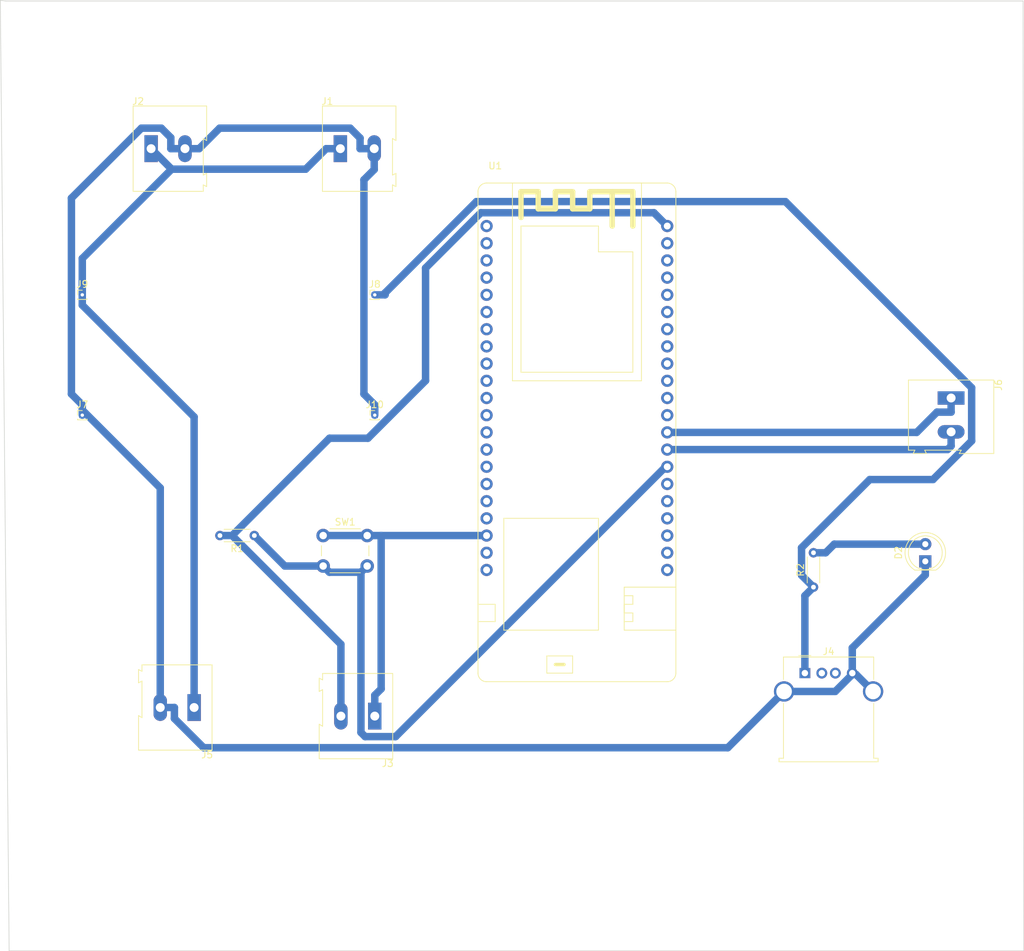
<source format=kicad_pcb>
(kicad_pcb (version 20171130) (host pcbnew "(5.1.10)-1")

  (general
    (thickness 1.6)
    (drawings 5)
    (tracks 93)
    (zones 0)
    (modules 15)
    (nets 49)
  )

  (page A4)
  (title_block
    (title "WATER PURIFIER PROJECT")
    (rev v1)
    (company JKUAT)
    (comment 1 "LILYGO PROJECT to purify water")
  )

  (layers
    (0 F.Cu signal)
    (31 B.Cu signal)
    (32 B.Adhes user)
    (33 F.Adhes user)
    (34 B.Paste user)
    (35 F.Paste user)
    (36 B.SilkS user)
    (37 F.SilkS user)
    (38 B.Mask user)
    (39 F.Mask user)
    (40 Dwgs.User user)
    (41 Cmts.User user)
    (42 Eco1.User user)
    (43 Eco2.User user)
    (44 Edge.Cuts user)
    (45 Margin user)
    (46 B.CrtYd user)
    (47 F.CrtYd user)
    (48 B.Fab user)
    (49 F.Fab user)
  )

  (setup
    (last_trace_width 1.1)
    (trace_clearance 0.5)
    (zone_clearance 0.508)
    (zone_45_only no)
    (trace_min 0.2)
    (via_size 0.8)
    (via_drill 0.4)
    (via_min_size 0.4)
    (via_min_drill 0.3)
    (uvia_size 0.3)
    (uvia_drill 0.1)
    (uvias_allowed no)
    (uvia_min_size 0.2)
    (uvia_min_drill 0.1)
    (edge_width 0.05)
    (segment_width 0.2)
    (pcb_text_width 0.3)
    (pcb_text_size 1.5 1.5)
    (mod_edge_width 0.12)
    (mod_text_size 1 1)
    (mod_text_width 0.15)
    (pad_size 0.85 0.85)
    (pad_drill 0.5)
    (pad_to_mask_clearance 0)
    (aux_axis_origin 0 0)
    (visible_elements 7FFFFFFF)
    (pcbplotparams
      (layerselection 0x010fc_ffffffff)
      (usegerberextensions false)
      (usegerberattributes true)
      (usegerberadvancedattributes true)
      (creategerberjobfile true)
      (excludeedgelayer true)
      (linewidth 0.100000)
      (plotframeref false)
      (viasonmask false)
      (mode 1)
      (useauxorigin false)
      (hpglpennumber 1)
      (hpglpenspeed 20)
      (hpglpendiameter 15.000000)
      (psnegative false)
      (psa4output false)
      (plotreference true)
      (plotvalue true)
      (plotinvisibletext false)
      (padsonsilk false)
      (subtractmaskfromsilk false)
      (outputformat 1)
      (mirror false)
      (drillshape 1)
      (scaleselection 1)
      (outputdirectory ""))
  )

  (net 0 "")
  (net 1 "Net-(U1-Pad42)")
  (net 2 "Net-(U1-Pad41)")
  (net 3 "Net-(U1-Pad40)")
  (net 4 "Net-(U1-Pad39)")
  (net 5 "Net-(U1-Pad38)")
  (net 6 "Net-(U1-Pad37)")
  (net 7 "Net-(R1-Pad1)")
  (net 8 "Net-(U1-Pad33)")
  (net 9 "Net-(U1-Pad32)")
  (net 10 "Net-(U1-Pad31)")
  (net 11 "Net-(U1-Pad30)")
  (net 12 "Net-(U1-Pad29)")
  (net 13 "Net-(U1-Pad28)")
  (net 14 "Net-(U1-Pad27)")
  (net 15 "Net-(U1-Pad26)")
  (net 16 "Net-(U1-Pad25)")
  (net 17 "Net-(U1-Pad24)")
  (net 18 "Net-(U1-Pad23)")
  (net 19 "Net-(U1-Pad21)")
  (net 20 "Net-(U1-Pad20)")
  (net 21 "Net-(U1-Pad18)")
  (net 22 "Net-(U1-Pad17)")
  (net 23 "Net-(U1-Pad16)")
  (net 24 "Net-(U1-Pad15)")
  (net 25 "Net-(U1-Pad14)")
  (net 26 "Net-(U1-Pad13)")
  (net 27 "Net-(U1-Pad12)")
  (net 28 "Net-(U1-Pad11)")
  (net 29 "Net-(U1-Pad10)")
  (net 30 "Net-(U1-Pad9)")
  (net 31 "Net-(U1-Pad8)")
  (net 32 "Net-(U1-Pad7)")
  (net 33 "Net-(U1-Pad6)")
  (net 34 "Net-(U1-Pad5)")
  (net 35 "Net-(U1-Pad4)")
  (net 36 "Net-(U1-Pad3)")
  (net 37 "Net-(U1-Pad2)")
  (net 38 "Net-(U1-Pad1)")
  (net 39 "Net-(J3-Pad2)")
  (net 40 "Net-(J3-Pad1)")
  (net 41 "Net-(D2-Pad2)")
  (net 42 GND)
  (net 43 "Net-(J4-Pad3)")
  (net 44 "Net-(J4-Pad2)")
  (net 45 "Net-(J6-Pad2)")
  (net 46 "Net-(J6-Pad1)")
  (net 47 "Net-(J1-Pad1)")
  (net 48 "Net-(J4-Pad1)")

  (net_class Default "This is the default net class."
    (clearance 0.5)
    (trace_width 1.1)
    (via_dia 0.8)
    (via_drill 0.4)
    (uvia_dia 0.3)
    (uvia_drill 0.1)
    (diff_pair_width 0.4)
    (diff_pair_gap 0.25)
    (add_net GND)
    (add_net "Net-(D2-Pad2)")
    (add_net "Net-(J1-Pad1)")
    (add_net "Net-(J3-Pad1)")
    (add_net "Net-(J3-Pad2)")
    (add_net "Net-(J4-Pad1)")
    (add_net "Net-(J4-Pad2)")
    (add_net "Net-(J4-Pad3)")
    (add_net "Net-(J6-Pad1)")
    (add_net "Net-(J6-Pad2)")
    (add_net "Net-(R1-Pad1)")
    (add_net "Net-(U1-Pad1)")
    (add_net "Net-(U1-Pad10)")
    (add_net "Net-(U1-Pad11)")
    (add_net "Net-(U1-Pad12)")
    (add_net "Net-(U1-Pad13)")
    (add_net "Net-(U1-Pad14)")
    (add_net "Net-(U1-Pad15)")
    (add_net "Net-(U1-Pad16)")
    (add_net "Net-(U1-Pad17)")
    (add_net "Net-(U1-Pad18)")
    (add_net "Net-(U1-Pad2)")
    (add_net "Net-(U1-Pad20)")
    (add_net "Net-(U1-Pad21)")
    (add_net "Net-(U1-Pad23)")
    (add_net "Net-(U1-Pad24)")
    (add_net "Net-(U1-Pad25)")
    (add_net "Net-(U1-Pad26)")
    (add_net "Net-(U1-Pad27)")
    (add_net "Net-(U1-Pad28)")
    (add_net "Net-(U1-Pad29)")
    (add_net "Net-(U1-Pad3)")
    (add_net "Net-(U1-Pad30)")
    (add_net "Net-(U1-Pad31)")
    (add_net "Net-(U1-Pad32)")
    (add_net "Net-(U1-Pad33)")
    (add_net "Net-(U1-Pad37)")
    (add_net "Net-(U1-Pad38)")
    (add_net "Net-(U1-Pad39)")
    (add_net "Net-(U1-Pad4)")
    (add_net "Net-(U1-Pad40)")
    (add_net "Net-(U1-Pad41)")
    (add_net "Net-(U1-Pad42)")
    (add_net "Net-(U1-Pad5)")
    (add_net "Net-(U1-Pad6)")
    (add_net "Net-(U1-Pad7)")
    (add_net "Net-(U1-Pad8)")
    (add_net "Net-(U1-Pad9)")
  )

  (net_class POWER ""
    (clearance 0.3)
    (trace_width 2.1)
    (via_dia 0.8)
    (via_drill 0.4)
    (uvia_dia 0.3)
    (uvia_drill 0.1)
  )

  (net_class forlm2576 ""
    (clearance 0.3)
    (trace_width 0.8)
    (via_dia 0.8)
    (via_drill 0.4)
    (uvia_dia 0.3)
    (uvia_drill 0.1)
  )

  (module Connector_PinHeader_1.00mm:PinHeader_1x01_P1.00mm_Vertical (layer F.Cu) (tedit 59FED738) (tstamp 613F3F52)
    (at 93.98 81.28)
    (descr "Through hole straight pin header, 1x01, 1.00mm pitch, single row")
    (tags "Through hole pin header THT 1x01 1.00mm single row")
    (path /6141E4C9)
    (fp_text reference J10 (at 0 -1.56) (layer F.SilkS)
      (effects (font (size 1 1) (thickness 0.15)))
    )
    (fp_text value "OUT- LM2596" (at 0 1.56) (layer F.Fab)
      (effects (font (size 1 1) (thickness 0.15)))
    )
    (fp_text user %R (at 0 0 90) (layer F.Fab)
      (effects (font (size 0.76 0.76) (thickness 0.114)))
    )
    (fp_line (start -0.3175 -0.5) (end 0.635 -0.5) (layer F.Fab) (width 0.1))
    (fp_line (start 0.635 -0.5) (end 0.635 0.5) (layer F.Fab) (width 0.1))
    (fp_line (start 0.635 0.5) (end -0.635 0.5) (layer F.Fab) (width 0.1))
    (fp_line (start -0.635 0.5) (end -0.635 -0.1825) (layer F.Fab) (width 0.1))
    (fp_line (start -0.635 -0.1825) (end -0.3175 -0.5) (layer F.Fab) (width 0.1))
    (fp_line (start -0.695 0.685) (end 0.695 0.685) (layer F.SilkS) (width 0.12))
    (fp_line (start -0.695 0.685) (end -0.695 0.56) (layer F.SilkS) (width 0.12))
    (fp_line (start 0.695 0.685) (end 0.695 0.56) (layer F.SilkS) (width 0.12))
    (fp_line (start -0.695 0.685) (end -0.608276 0.685) (layer F.SilkS) (width 0.12))
    (fp_line (start 0.608276 0.685) (end 0.695 0.685) (layer F.SilkS) (width 0.12))
    (fp_line (start -0.695 0) (end -0.695 -0.685) (layer F.SilkS) (width 0.12))
    (fp_line (start -0.695 -0.685) (end 0 -0.685) (layer F.SilkS) (width 0.12))
    (fp_line (start -1.15 -1) (end -1.15 1) (layer F.CrtYd) (width 0.05))
    (fp_line (start -1.15 1) (end 1.15 1) (layer F.CrtYd) (width 0.05))
    (fp_line (start 1.15 1) (end 1.15 -1) (layer F.CrtYd) (width 0.05))
    (fp_line (start 1.15 -1) (end -1.15 -1) (layer F.CrtYd) (width 0.05))
    (pad 1 thru_hole rect (at 0 0) (size 0.85 0.85) (drill 0.5) (layers *.Cu *.Mask)
      (net 42 GND))
    (model ${KISYS3DMOD}/Connector_PinHeader_1.00mm.3dshapes/PinHeader_1x01_P1.00mm_Vertical.wrl
      (at (xyz 0 0 0))
      (scale (xyz 1 1 1))
      (rotate (xyz 0 0 0))
    )
  )

  (module Connector_PinHeader_1.00mm:PinHeader_1x01_P1.00mm_Vertical (layer F.Cu) (tedit 613DDDA0) (tstamp 613F3F3C)
    (at 50.8 63.5)
    (descr "Through hole straight pin header, 1x01, 1.00mm pitch, single row")
    (tags "Through hole pin header THT 1x01 1.00mm single row")
    (path /61416294)
    (fp_text reference J9 (at 0 -1.56) (layer F.SilkS)
      (effects (font (size 1 1) (thickness 0.15)))
    )
    (fp_text value "IN+ LM2596" (at 0 1.56) (layer F.Fab)
      (effects (font (size 1 1) (thickness 0.15)))
    )
    (fp_text user %R (at 0 0 90) (layer F.Fab)
      (effects (font (size 0.76 0.76) (thickness 0.114)))
    )
    (fp_line (start -0.3175 -0.5) (end 0.635 -0.5) (layer F.Fab) (width 0.1))
    (fp_line (start 0.635 -0.5) (end 0.635 0.5) (layer F.Fab) (width 0.1))
    (fp_line (start 0.635 0.5) (end -0.635 0.5) (layer F.Fab) (width 0.1))
    (fp_line (start -0.635 0.5) (end -0.635 -0.1825) (layer F.Fab) (width 0.1))
    (fp_line (start -0.635 -0.1825) (end -0.3175 -0.5) (layer F.Fab) (width 0.1))
    (fp_line (start -0.695 0.685) (end 0.695 0.685) (layer F.SilkS) (width 0.12))
    (fp_line (start -0.695 0.685) (end -0.695 0.56) (layer F.SilkS) (width 0.12))
    (fp_line (start 0.695 0.685) (end 0.695 0.56) (layer F.SilkS) (width 0.12))
    (fp_line (start -0.695 0.685) (end -0.608276 0.685) (layer F.SilkS) (width 0.12))
    (fp_line (start 0.608276 0.685) (end 0.695 0.685) (layer F.SilkS) (width 0.12))
    (fp_line (start -0.695 0) (end -0.695 -0.685) (layer F.SilkS) (width 0.12))
    (fp_line (start -0.695 -0.685) (end 0 -0.685) (layer F.SilkS) (width 0.12))
    (fp_line (start -1.15 -1) (end -1.15 1) (layer F.CrtYd) (width 0.05))
    (fp_line (start -1.15 1) (end 1.15 1) (layer F.CrtYd) (width 0.05))
    (fp_line (start 1.15 1) (end 1.15 -1) (layer F.CrtYd) (width 0.05))
    (fp_line (start 1.15 -1) (end -1.15 -1) (layer F.CrtYd) (width 0.05))
    (pad 1 thru_hole rect (at 0 0) (size 0.85 0.85) (drill 0.5) (layers *.Cu *.Mask)
      (net 47 "Net-(J1-Pad1)"))
    (model ${KISYS3DMOD}/Connector_PinHeader_1.00mm.3dshapes/PinHeader_1x01_P1.00mm_Vertical.wrl
      (at (xyz 0 0 0))
      (scale (xyz 1 1 1))
      (rotate (xyz 0 0 0))
    )
  )

  (module Connector_PinHeader_1.00mm:PinHeader_1x01_P1.00mm_Vertical (layer F.Cu) (tedit 59FED738) (tstamp 613F3F26)
    (at 93.98 63.5)
    (descr "Through hole straight pin header, 1x01, 1.00mm pitch, single row")
    (tags "Through hole pin header THT 1x01 1.00mm single row")
    (path /6141974C)
    (fp_text reference J8 (at 0 -1.56) (layer F.SilkS)
      (effects (font (size 1 1) (thickness 0.15)))
    )
    (fp_text value "OUT+ LM2596" (at 0 1.56) (layer F.Fab)
      (effects (font (size 1 1) (thickness 0.15)))
    )
    (fp_text user %R (at 0.635 -0.5 90) (layer F.Fab)
      (effects (font (size 0.76 0.76) (thickness 0.114)))
    )
    (fp_line (start -0.3175 -0.5) (end 0.635 -0.5) (layer F.Fab) (width 0.1))
    (fp_line (start 0.635 -0.5) (end 0.635 0.5) (layer F.Fab) (width 0.1))
    (fp_line (start 0.635 0.5) (end -0.635 0.5) (layer F.Fab) (width 0.1))
    (fp_line (start -0.635 0.5) (end -0.635 -0.1825) (layer F.Fab) (width 0.1))
    (fp_line (start -0.635 -0.1825) (end -0.3175 -0.5) (layer F.Fab) (width 0.1))
    (fp_line (start -0.695 0.685) (end 0.695 0.685) (layer F.SilkS) (width 0.12))
    (fp_line (start -0.695 0.685) (end -0.695 0.56) (layer F.SilkS) (width 0.12))
    (fp_line (start 0.695 0.685) (end 0.695 0.56) (layer F.SilkS) (width 0.12))
    (fp_line (start -0.695 0.685) (end -0.608276 0.685) (layer F.SilkS) (width 0.12))
    (fp_line (start 0.608276 0.685) (end 0.695 0.685) (layer F.SilkS) (width 0.12))
    (fp_line (start -0.695 0) (end -0.695 -0.685) (layer F.SilkS) (width 0.12))
    (fp_line (start -0.695 -0.685) (end 0 -0.685) (layer F.SilkS) (width 0.12))
    (fp_line (start -1.15 -1) (end -1.15 1) (layer F.CrtYd) (width 0.05))
    (fp_line (start -1.15 1) (end 1.15 1) (layer F.CrtYd) (width 0.05))
    (fp_line (start 1.15 1) (end 1.15 -1) (layer F.CrtYd) (width 0.05))
    (fp_line (start 1.15 -1) (end -1.15 -1) (layer F.CrtYd) (width 0.05))
    (pad 1 thru_hole rect (at 0 0) (size 0.85 0.85) (drill 0.5) (layers *.Cu *.Mask)
      (net 48 "Net-(J4-Pad1)"))
    (model ${KISYS3DMOD}/Connector_PinHeader_1.00mm.3dshapes/PinHeader_1x01_P1.00mm_Vertical.wrl
      (at (xyz 0 0 0))
      (scale (xyz 1 1 1))
      (rotate (xyz 0 0 0))
    )
  )

  (module Connector_PinHeader_1.00mm:PinHeader_1x01_P1.00mm_Vertical (layer F.Cu) (tedit 59FED738) (tstamp 613F3F10)
    (at 50.8 81.28)
    (descr "Through hole straight pin header, 1x01, 1.00mm pitch, single row")
    (tags "Through hole pin header THT 1x01 1.00mm single row")
    (path /6141BEAC)
    (fp_text reference J7 (at 0 -1.56) (layer F.SilkS)
      (effects (font (size 1 1) (thickness 0.15)))
    )
    (fp_text value "IN- LM2596" (at 0 1.56) (layer F.Fab)
      (effects (font (size 1 1) (thickness 0.15)))
    )
    (fp_text user %R (at 0 0 90) (layer F.Fab)
      (effects (font (size 0.76 0.76) (thickness 0.114)))
    )
    (fp_line (start -0.3175 -0.5) (end 0.635 -0.5) (layer F.Fab) (width 0.1))
    (fp_line (start 0.635 -0.5) (end 0.635 0.5) (layer F.Fab) (width 0.1))
    (fp_line (start 0.635 0.5) (end -0.635 0.5) (layer F.Fab) (width 0.1))
    (fp_line (start -0.635 0.5) (end -0.635 -0.1825) (layer F.Fab) (width 0.1))
    (fp_line (start -0.635 -0.1825) (end -0.3175 -0.5) (layer F.Fab) (width 0.1))
    (fp_line (start -0.695 0.685) (end 0.695 0.685) (layer F.SilkS) (width 0.12))
    (fp_line (start -0.695 0.685) (end -0.695 0.56) (layer F.SilkS) (width 0.12))
    (fp_line (start 0.695 0.685) (end 0.695 0.56) (layer F.SilkS) (width 0.12))
    (fp_line (start -0.695 0.685) (end -0.608276 0.685) (layer F.SilkS) (width 0.12))
    (fp_line (start 0.608276 0.685) (end 0.695 0.685) (layer F.SilkS) (width 0.12))
    (fp_line (start -0.695 0) (end -0.695 -0.685) (layer F.SilkS) (width 0.12))
    (fp_line (start -0.695 -0.685) (end 0 -0.685) (layer F.SilkS) (width 0.12))
    (fp_line (start -1.15 -1) (end -1.15 1) (layer F.CrtYd) (width 0.05))
    (fp_line (start -1.15 1) (end 1.15 1) (layer F.CrtYd) (width 0.05))
    (fp_line (start 1.15 1) (end 1.15 -1) (layer F.CrtYd) (width 0.05))
    (fp_line (start 1.15 -1) (end -1.15 -1) (layer F.CrtYd) (width 0.05))
    (pad 1 thru_hole rect (at 0 0) (size 0.85 0.85) (drill 0.5) (layers *.Cu *.Mask)
      (net 42 GND))
    (model ${KISYS3DMOD}/Connector_PinHeader_1.00mm.3dshapes/PinHeader_1x01_P1.00mm_Vertical.wrl
      (at (xyz 0 0 0))
      (scale (xyz 1 1 1))
      (rotate (xyz 0 0 0))
    )
  )

  (module Resistor_THT:R_Axial_DIN0204_L3.6mm_D1.6mm_P5.08mm_Horizontal (layer F.Cu) (tedit 5AE5139B) (tstamp 613D2BDA)
    (at 76.2 99.06 180)
    (descr "Resistor, Axial_DIN0204 series, Axial, Horizontal, pin pitch=5.08mm, 0.167W, length*diameter=3.6*1.6mm^2, http://cdn-reichelt.de/documents/datenblatt/B400/1_4W%23YAG.pdf")
    (tags "Resistor Axial_DIN0204 series Axial Horizontal pin pitch 5.08mm 0.167W length 3.6mm diameter 1.6mm")
    (path /613AA358)
    (fp_text reference R1 (at 2.54 -1.92) (layer F.SilkS)
      (effects (font (size 1 1) (thickness 0.15)))
    )
    (fp_text value R_Small_US (at 2.54 1.92) (layer F.Fab)
      (effects (font (size 1 1) (thickness 0.15)))
    )
    (fp_line (start 6.03 -1.05) (end -0.95 -1.05) (layer F.CrtYd) (width 0.05))
    (fp_line (start 6.03 1.05) (end 6.03 -1.05) (layer F.CrtYd) (width 0.05))
    (fp_line (start -0.95 1.05) (end 6.03 1.05) (layer F.CrtYd) (width 0.05))
    (fp_line (start -0.95 -1.05) (end -0.95 1.05) (layer F.CrtYd) (width 0.05))
    (fp_line (start 0.62 0.92) (end 4.46 0.92) (layer F.SilkS) (width 0.12))
    (fp_line (start 0.62 -0.92) (end 4.46 -0.92) (layer F.SilkS) (width 0.12))
    (fp_line (start 5.08 0) (end 4.34 0) (layer F.Fab) (width 0.1))
    (fp_line (start 0 0) (end 0.74 0) (layer F.Fab) (width 0.1))
    (fp_line (start 4.34 -0.8) (end 0.74 -0.8) (layer F.Fab) (width 0.1))
    (fp_line (start 4.34 0.8) (end 4.34 -0.8) (layer F.Fab) (width 0.1))
    (fp_line (start 0.74 0.8) (end 4.34 0.8) (layer F.Fab) (width 0.1))
    (fp_line (start 0.74 -0.8) (end 0.74 0.8) (layer F.Fab) (width 0.1))
    (fp_text user %R (at 2.54 0) (layer F.Fab)
      (effects (font (size 0.72 0.72) (thickness 0.108)))
    )
    (pad 1 thru_hole circle (at 0 0 180) (size 1.4 1.4) (drill 0.7) (layers *.Cu *.Mask)
      (net 7 "Net-(R1-Pad1)"))
    (pad 2 thru_hole oval (at 5.08 0 180) (size 1.4 1.4) (drill 0.7) (layers *.Cu *.Mask)
      (net 39 "Net-(J3-Pad2)"))
    (model ${KISYS3DMOD}/Resistor_THT.3dshapes/R_Axial_DIN0204_L3.6mm_D1.6mm_P5.08mm_Horizontal.wrl
      (at (xyz 0 0 0))
      (scale (xyz 1 1 1))
      (rotate (xyz 0 0 0))
    )
  )

  (module TerminalBlock:TerminalBlock_Altech_AK300-2_P5.00mm (layer F.Cu) (tedit 59FF0306) (tstamp 613D2B64)
    (at 67.31 124.46 180)
    (descr "Altech AK300 terminal block, pitch 5.0mm, 45 degree angled, see http://www.mouser.com/ds/2/16/PCBMETRC-24178.pdf")
    (tags "Altech AK300 terminal block pitch 5.0mm")
    (path /613B7788)
    (fp_text reference J5 (at -1.92 -6.99) (layer F.SilkS)
      (effects (font (size 1 1) (thickness 0.15)))
    )
    (fp_text value "INPUT VOLTAGE 12V PANEL" (at 2.78 7.75) (layer F.Fab)
      (effects (font (size 1 1) (thickness 0.15)))
    )
    (fp_line (start 8.36 6.47) (end -2.83 6.47) (layer F.CrtYd) (width 0.05))
    (fp_line (start 8.36 6.47) (end 8.36 -6.47) (layer F.CrtYd) (width 0.05))
    (fp_line (start -2.83 -6.47) (end -2.83 6.47) (layer F.CrtYd) (width 0.05))
    (fp_line (start -2.83 -6.47) (end 8.36 -6.47) (layer F.CrtYd) (width 0.05))
    (fp_line (start 3.36 -0.25) (end 6.67 -0.25) (layer F.Fab) (width 0.1))
    (fp_line (start 2.98 -0.25) (end 3.36 -0.25) (layer F.Fab) (width 0.1))
    (fp_line (start 7.05 -0.25) (end 6.67 -0.25) (layer F.Fab) (width 0.1))
    (fp_line (start 6.67 -0.64) (end 3.36 -0.64) (layer F.Fab) (width 0.1))
    (fp_line (start 7.61 -0.64) (end 6.67 -0.64) (layer F.Fab) (width 0.1))
    (fp_line (start 1.66 -0.64) (end 3.36 -0.64) (layer F.Fab) (width 0.1))
    (fp_line (start -1.64 -0.64) (end 1.66 -0.64) (layer F.Fab) (width 0.1))
    (fp_line (start -2.58 -0.64) (end -1.64 -0.64) (layer F.Fab) (width 0.1))
    (fp_line (start 1.66 -0.25) (end -1.64 -0.25) (layer F.Fab) (width 0.1))
    (fp_line (start 2.04 -0.25) (end 1.66 -0.25) (layer F.Fab) (width 0.1))
    (fp_line (start -2.02 -0.25) (end -1.64 -0.25) (layer F.Fab) (width 0.1))
    (fp_line (start -1.49 -4.32) (end 1.56 -4.95) (layer F.Fab) (width 0.1))
    (fp_line (start -1.62 -4.45) (end 1.44 -5.08) (layer F.Fab) (width 0.1))
    (fp_line (start 3.52 -4.32) (end 6.56 -4.95) (layer F.Fab) (width 0.1))
    (fp_line (start 3.39 -4.45) (end 6.44 -5.08) (layer F.Fab) (width 0.1))
    (fp_line (start 2.04 -5.97) (end -2.02 -5.97) (layer F.Fab) (width 0.1))
    (fp_line (start -2.02 -3.43) (end -2.02 -5.97) (layer F.Fab) (width 0.1))
    (fp_line (start 2.04 -3.43) (end -2.02 -3.43) (layer F.Fab) (width 0.1))
    (fp_line (start 2.04 -3.43) (end 2.04 -5.97) (layer F.Fab) (width 0.1))
    (fp_line (start 7.05 -3.43) (end 2.98 -3.43) (layer F.Fab) (width 0.1))
    (fp_line (start 7.05 -5.97) (end 7.05 -3.43) (layer F.Fab) (width 0.1))
    (fp_line (start 2.98 -5.97) (end 7.05 -5.97) (layer F.Fab) (width 0.1))
    (fp_line (start 2.98 -3.43) (end 2.98 -5.97) (layer F.Fab) (width 0.1))
    (fp_line (start 7.61 -3.17) (end 7.61 -1.65) (layer F.Fab) (width 0.1))
    (fp_line (start -2.58 -3.17) (end -2.58 -6.22) (layer F.Fab) (width 0.1))
    (fp_line (start -2.58 -3.17) (end 7.61 -3.17) (layer F.Fab) (width 0.1))
    (fp_line (start 7.61 -0.64) (end 7.61 4.06) (layer F.Fab) (width 0.1))
    (fp_line (start 7.61 -1.65) (end 7.61 -0.64) (layer F.Fab) (width 0.1))
    (fp_line (start -2.58 -0.64) (end -2.58 -3.17) (layer F.Fab) (width 0.1))
    (fp_line (start -2.58 6.22) (end -2.58 -0.64) (layer F.Fab) (width 0.1))
    (fp_line (start 6.67 0.51) (end 6.28 0.51) (layer F.Fab) (width 0.1))
    (fp_line (start 3.36 0.51) (end 3.74 0.51) (layer F.Fab) (width 0.1))
    (fp_line (start 1.66 0.51) (end 1.28 0.51) (layer F.Fab) (width 0.1))
    (fp_line (start -1.64 0.51) (end -1.26 0.51) (layer F.Fab) (width 0.1))
    (fp_line (start -1.64 3.68) (end -1.64 0.51) (layer F.Fab) (width 0.1))
    (fp_line (start 1.66 3.68) (end -1.64 3.68) (layer F.Fab) (width 0.1))
    (fp_line (start 1.66 3.68) (end 1.66 0.51) (layer F.Fab) (width 0.1))
    (fp_line (start 3.36 3.68) (end 3.36 0.51) (layer F.Fab) (width 0.1))
    (fp_line (start 6.67 3.68) (end 3.36 3.68) (layer F.Fab) (width 0.1))
    (fp_line (start 6.67 3.68) (end 6.67 0.51) (layer F.Fab) (width 0.1))
    (fp_line (start -2.02 4.32) (end -2.02 6.22) (layer F.Fab) (width 0.1))
    (fp_line (start 2.04 4.32) (end 2.04 -0.25) (layer F.Fab) (width 0.1))
    (fp_line (start 2.04 4.32) (end -2.02 4.32) (layer F.Fab) (width 0.1))
    (fp_line (start 7.05 4.32) (end 7.05 6.22) (layer F.Fab) (width 0.1))
    (fp_line (start 2.98 4.32) (end 2.98 -0.25) (layer F.Fab) (width 0.1))
    (fp_line (start 2.98 4.32) (end 7.05 4.32) (layer F.Fab) (width 0.1))
    (fp_line (start -2.02 6.22) (end 2.04 6.22) (layer F.Fab) (width 0.1))
    (fp_line (start -2.58 6.22) (end -2.02 6.22) (layer F.Fab) (width 0.1))
    (fp_line (start -2.02 -0.25) (end -2.02 4.32) (layer F.Fab) (width 0.1))
    (fp_line (start 2.04 6.22) (end 2.98 6.22) (layer F.Fab) (width 0.1))
    (fp_line (start 2.04 6.22) (end 2.04 4.32) (layer F.Fab) (width 0.1))
    (fp_line (start 7.05 6.22) (end 7.61 6.22) (layer F.Fab) (width 0.1))
    (fp_line (start 2.98 6.22) (end 7.05 6.22) (layer F.Fab) (width 0.1))
    (fp_line (start 7.05 -0.25) (end 7.05 4.32) (layer F.Fab) (width 0.1))
    (fp_line (start 2.98 6.22) (end 2.98 4.32) (layer F.Fab) (width 0.1))
    (fp_line (start 8.11 3.81) (end 8.11 5.46) (layer F.Fab) (width 0.1))
    (fp_line (start 7.61 4.06) (end 7.61 5.21) (layer F.Fab) (width 0.1))
    (fp_line (start 8.11 3.81) (end 7.61 4.06) (layer F.Fab) (width 0.1))
    (fp_line (start 7.61 5.21) (end 7.61 6.22) (layer F.Fab) (width 0.1))
    (fp_line (start 8.11 5.46) (end 7.61 5.21) (layer F.Fab) (width 0.1))
    (fp_line (start 8.11 -1.4) (end 7.61 -1.65) (layer F.Fab) (width 0.1))
    (fp_line (start 8.11 -6.22) (end 8.11 -1.4) (layer F.Fab) (width 0.1))
    (fp_line (start 7.61 -6.22) (end 8.11 -6.22) (layer F.Fab) (width 0.1))
    (fp_line (start 7.61 -6.22) (end -2.58 -6.22) (layer F.Fab) (width 0.1))
    (fp_line (start 7.61 -6.22) (end 7.61 -3.17) (layer F.Fab) (width 0.1))
    (fp_line (start 3.74 2.54) (end 3.74 -0.25) (layer F.Fab) (width 0.1))
    (fp_line (start 3.74 -0.25) (end 6.28 -0.25) (layer F.Fab) (width 0.1))
    (fp_line (start 6.28 2.54) (end 6.28 -0.25) (layer F.Fab) (width 0.1))
    (fp_line (start 3.74 2.54) (end 6.28 2.54) (layer F.Fab) (width 0.1))
    (fp_line (start -1.26 2.54) (end -1.26 -0.25) (layer F.Fab) (width 0.1))
    (fp_line (start -1.26 -0.25) (end 1.28 -0.25) (layer F.Fab) (width 0.1))
    (fp_line (start 1.28 2.54) (end 1.28 -0.25) (layer F.Fab) (width 0.1))
    (fp_line (start -1.26 2.54) (end 1.28 2.54) (layer F.Fab) (width 0.1))
    (fp_line (start 8.2 -6.3) (end -2.65 -6.3) (layer F.SilkS) (width 0.12))
    (fp_line (start 8.2 -1.2) (end 8.2 -6.3) (layer F.SilkS) (width 0.12))
    (fp_line (start 7.7 -1.5) (end 8.2 -1.2) (layer F.SilkS) (width 0.12))
    (fp_line (start 7.7 3.9) (end 7.7 -1.5) (layer F.SilkS) (width 0.12))
    (fp_line (start 8.2 3.65) (end 7.7 3.9) (layer F.SilkS) (width 0.12))
    (fp_line (start 8.2 3.7) (end 8.2 3.65) (layer F.SilkS) (width 0.12))
    (fp_line (start 8.2 5.6) (end 8.2 3.7) (layer F.SilkS) (width 0.12))
    (fp_line (start 7.7 5.35) (end 8.2 5.6) (layer F.SilkS) (width 0.12))
    (fp_line (start 7.7 6.3) (end 7.7 5.35) (layer F.SilkS) (width 0.12))
    (fp_line (start -2.65 6.3) (end 7.7 6.3) (layer F.SilkS) (width 0.12))
    (fp_line (start -2.65 -6.3) (end -2.65 6.3) (layer F.SilkS) (width 0.12))
    (fp_text user %R (at 2.5 -2) (layer F.Fab)
      (effects (font (size 1 1) (thickness 0.15)))
    )
    (fp_arc (start 6.03 -4.59) (end 6.54 -5.05) (angle 90.5) (layer F.Fab) (width 0.1))
    (fp_arc (start 5.07 -6.07) (end 6.53 -4.12) (angle 75.5) (layer F.Fab) (width 0.1))
    (fp_arc (start 4.99 -3.71) (end 3.39 -5) (angle 100) (layer F.Fab) (width 0.1))
    (fp_arc (start 3.87 -4.65) (end 3.58 -4.13) (angle 104.2) (layer F.Fab) (width 0.1))
    (fp_arc (start 1.03 -4.59) (end 1.53 -5.05) (angle 90.5) (layer F.Fab) (width 0.1))
    (fp_arc (start 0.06 -6.07) (end 1.53 -4.12) (angle 75.5) (layer F.Fab) (width 0.1))
    (fp_arc (start -0.01 -3.71) (end -1.62 -5) (angle 100) (layer F.Fab) (width 0.1))
    (fp_arc (start -1.13 -4.65) (end -1.42 -4.13) (angle 104.2) (layer F.Fab) (width 0.1))
    (pad 1 thru_hole rect (at 0 0 180) (size 1.98 3.96) (drill 1.32) (layers *.Cu *.Mask)
      (net 47 "Net-(J1-Pad1)"))
    (pad 2 thru_hole oval (at 5 0 180) (size 1.98 3.96) (drill 1.32) (layers *.Cu *.Mask)
      (net 42 GND))
    (model ${KISYS3DMOD}/TerminalBlock.3dshapes/TerminalBlock_Altech_AK300-2_P5.00mm.wrl
      (at (xyz 0 0 0))
      (scale (xyz 1 1 1))
      (rotate (xyz 0 0 0))
    )
  )

  (module Connector_USB:USB_A_Molex_67643_Horizontal (layer F.Cu) (tedit 5EA03975) (tstamp 613D2B38)
    (at 157.48 119.38)
    (descr "USB type A, Horizontal, https://www.molex.com/pdm_docs/sd/676433910_sd.pdf")
    (tags "USB_A Female Connector receptacle")
    (path /613C0907)
    (fp_text reference J4 (at 3.5 -3.19) (layer F.SilkS)
      (effects (font (size 1 1) (thickness 0.15)))
    )
    (fp_text value USB_A (at 3.5 14.5) (layer F.Fab)
      (effects (font (size 1 1) (thickness 0.15)))
    )
    (fp_line (start 0 -1.27) (end 1 -2.27) (layer F.Fab) (width 0.1))
    (fp_line (start -1 -2.27) (end 0 -1.27) (layer F.Fab) (width 0.1))
    (fp_line (start -0.9 -2.6) (end 0.9 -2.6) (layer F.SilkS) (width 0.12))
    (fp_line (start -3.05 12.69) (end -3.7 12.69) (layer F.Fab) (width 0.1))
    (fp_line (start 10.81 12.58) (end 10.16 12.58) (layer F.SilkS) (width 0.12))
    (fp_line (start -3.81 12.58) (end -3.81 13.1) (layer F.SilkS) (width 0.12))
    (fp_line (start 10.16 4.47) (end 10.16 12.58) (layer F.SilkS) (width 0.12))
    (fp_line (start -3.81 13.1) (end 10.81 13.1) (layer F.SilkS) (width 0.12))
    (fp_line (start 10.81 13.1) (end 10.81 12.58) (layer F.SilkS) (width 0.12))
    (fp_line (start -3.05 12.69) (end -3.05 -2.27) (layer F.Fab) (width 0.1))
    (fp_line (start 10.16 -2.38) (end 10.16 0.95) (layer F.SilkS) (width 0.12))
    (fp_line (start -3.16 -2.38) (end -3.16 0.95) (layer F.SilkS) (width 0.12))
    (fp_line (start -3.16 -2.38) (end 10.16 -2.38) (layer F.SilkS) (width 0.12))
    (fp_line (start -3.55 12.19) (end -3.55 4.66) (layer F.CrtYd) (width 0.05))
    (fp_line (start -4.2 12.19) (end -3.55 12.19) (layer F.CrtYd) (width 0.05))
    (fp_line (start -4.2 13.49) (end -4.2 12.19) (layer F.CrtYd) (width 0.05))
    (fp_line (start 10.55 12.19) (end 10.55 4.66) (layer F.CrtYd) (width 0.05))
    (fp_line (start 11.2 12.19) (end 10.55 12.19) (layer F.CrtYd) (width 0.05))
    (fp_line (start 11.2 13.49) (end 11.2 12.19) (layer F.CrtYd) (width 0.05))
    (fp_line (start -4.2 13.49) (end 11.2 13.49) (layer F.CrtYd) (width 0.05))
    (fp_line (start -3.55 -2.77) (end -3.55 0.76) (layer F.CrtYd) (width 0.05))
    (fp_line (start 10.55 -2.77) (end 10.55 0.76) (layer F.CrtYd) (width 0.05))
    (fp_line (start -3.55 -2.77) (end 10.55 -2.77) (layer F.CrtYd) (width 0.05))
    (fp_line (start -3.05 9.27) (end 10.05 9.27) (layer F.Fab) (width 0.1))
    (fp_line (start 10.7 12.69) (end 10.05 12.69) (layer F.Fab) (width 0.1))
    (fp_line (start 10.7 12.99) (end 10.7 12.69) (layer F.Fab) (width 0.1))
    (fp_line (start -3.7 12.99) (end 10.7 12.99) (layer F.Fab) (width 0.1))
    (fp_line (start -3.7 12.69) (end -3.7 12.99) (layer F.Fab) (width 0.1))
    (fp_line (start -3.16 12.58) (end -3.81 12.58) (layer F.SilkS) (width 0.12))
    (fp_line (start -3.16 12.58) (end -3.16 4.47) (layer F.SilkS) (width 0.12))
    (fp_line (start 10.05 -2.27) (end 10.05 12.69) (layer F.Fab) (width 0.1))
    (fp_line (start -3.05 -2.27) (end 10.05 -2.27) (layer F.Fab) (width 0.1))
    (fp_text user %R (at 3.5 3.7) (layer F.Fab)
      (effects (font (size 1 1) (thickness 0.15)))
    )
    (fp_arc (start -3.07 2.71) (end -3.55 0.76) (angle -152.3426981) (layer F.CrtYd) (width 0.05))
    (fp_arc (start 10.07 2.71) (end 10.55 4.66) (angle -152.3426981) (layer F.CrtYd) (width 0.05))
    (pad 5 thru_hole circle (at -3.07 2.71) (size 3 3) (drill 2.3) (layers *.Cu *.Mask)
      (net 42 GND))
    (pad 5 thru_hole circle (at 10.07 2.71) (size 3 3) (drill 2.3) (layers *.Cu *.Mask)
      (net 42 GND))
    (pad 1 thru_hole rect (at 0 0) (size 1.6 1.5) (drill 0.95) (layers *.Cu *.Mask)
      (net 48 "Net-(J4-Pad1)"))
    (pad 2 thru_hole circle (at 2.5 0) (size 1.6 1.6) (drill 0.95) (layers *.Cu *.Mask)
      (net 44 "Net-(J4-Pad2)"))
    (pad 3 thru_hole circle (at 4.5 0) (size 1.6 1.6) (drill 0.95) (layers *.Cu *.Mask)
      (net 43 "Net-(J4-Pad3)"))
    (pad 4 thru_hole circle (at 7 0) (size 1.6 1.6) (drill 0.95) (layers *.Cu *.Mask)
      (net 42 GND))
    (model ${KISYS3DMOD}/Connector_USB.3dshapes/USB_A_Molex_67643_Horizontal.wrl
      (at (xyz 0 0 0))
      (scale (xyz 1 1 1))
      (rotate (xyz 0 0 0))
    )
  )

  (module Button_Switch_THT:SW_PUSH_6mm_H5mm (layer F.Cu) (tedit 5A02FE31) (tstamp 613D2B1A)
    (at 86.36 99.06)
    (descr "tactile push button, 6x6mm e.g. PHAP33xx series, height=5mm")
    (tags "tact sw push 6mm")
    (path /613B0FC2)
    (fp_text reference SW1 (at 3.25 -2) (layer F.SilkS)
      (effects (font (size 1 1) (thickness 0.15)))
    )
    (fp_text value SW_DIP_x02 (at 3.75 6.7) (layer F.Fab)
      (effects (font (size 1 1) (thickness 0.15)))
    )
    (fp_circle (center 3.25 2.25) (end 1.25 2.5) (layer F.Fab) (width 0.1))
    (fp_line (start 6.75 3) (end 6.75 1.5) (layer F.SilkS) (width 0.12))
    (fp_line (start 5.5 -1) (end 1 -1) (layer F.SilkS) (width 0.12))
    (fp_line (start -0.25 1.5) (end -0.25 3) (layer F.SilkS) (width 0.12))
    (fp_line (start 1 5.5) (end 5.5 5.5) (layer F.SilkS) (width 0.12))
    (fp_line (start 8 -1.25) (end 8 5.75) (layer F.CrtYd) (width 0.05))
    (fp_line (start 7.75 6) (end -1.25 6) (layer F.CrtYd) (width 0.05))
    (fp_line (start -1.5 5.75) (end -1.5 -1.25) (layer F.CrtYd) (width 0.05))
    (fp_line (start -1.25 -1.5) (end 7.75 -1.5) (layer F.CrtYd) (width 0.05))
    (fp_line (start -1.5 6) (end -1.25 6) (layer F.CrtYd) (width 0.05))
    (fp_line (start -1.5 5.75) (end -1.5 6) (layer F.CrtYd) (width 0.05))
    (fp_line (start -1.5 -1.5) (end -1.25 -1.5) (layer F.CrtYd) (width 0.05))
    (fp_line (start -1.5 -1.25) (end -1.5 -1.5) (layer F.CrtYd) (width 0.05))
    (fp_line (start 8 -1.5) (end 8 -1.25) (layer F.CrtYd) (width 0.05))
    (fp_line (start 7.75 -1.5) (end 8 -1.5) (layer F.CrtYd) (width 0.05))
    (fp_line (start 8 6) (end 8 5.75) (layer F.CrtYd) (width 0.05))
    (fp_line (start 7.75 6) (end 8 6) (layer F.CrtYd) (width 0.05))
    (fp_line (start 0.25 -0.75) (end 3.25 -0.75) (layer F.Fab) (width 0.1))
    (fp_line (start 0.25 5.25) (end 0.25 -0.75) (layer F.Fab) (width 0.1))
    (fp_line (start 6.25 5.25) (end 0.25 5.25) (layer F.Fab) (width 0.1))
    (fp_line (start 6.25 -0.75) (end 6.25 5.25) (layer F.Fab) (width 0.1))
    (fp_line (start 3.25 -0.75) (end 6.25 -0.75) (layer F.Fab) (width 0.1))
    (fp_text user %R (at 3.25 2.25) (layer F.Fab)
      (effects (font (size 1 1) (thickness 0.15)))
    )
    (pad 2 thru_hole circle (at 0 4.5 90) (size 2 2) (drill 1.1) (layers *.Cu *.Mask)
      (net 7 "Net-(R1-Pad1)"))
    (pad 1 thru_hole circle (at 0 0 90) (size 2 2) (drill 1.1) (layers *.Cu *.Mask)
      (net 40 "Net-(J3-Pad1)"))
    (pad 2 thru_hole circle (at 6.5 4.5 90) (size 2 2) (drill 1.1) (layers *.Cu *.Mask)
      (net 7 "Net-(R1-Pad1)"))
    (pad 1 thru_hole circle (at 6.5 0 90) (size 2 2) (drill 1.1) (layers *.Cu *.Mask)
      (net 40 "Net-(J3-Pad1)"))
    (model ${KISYS3DMOD}/Button_Switch_THT.3dshapes/SW_PUSH_6mm_H5mm.wrl
      (at (xyz 0 0 0))
      (scale (xyz 1 1 1))
      (rotate (xyz 0 0 0))
    )
  )

  (module TerminalBlock:TerminalBlock_Altech_AK300-2_P5.00mm (layer F.Cu) (tedit 59FF0306) (tstamp 613D2AB4)
    (at 60.96 41.91)
    (descr "Altech AK300 terminal block, pitch 5.0mm, 45 degree angled, see http://www.mouser.com/ds/2/16/PCBMETRC-24178.pdf")
    (tags "Altech AK300 terminal block pitch 5.0mm")
    (path /613A0F56)
    (fp_text reference J2 (at -1.92 -6.99) (layer F.SilkS)
      (effects (font (size 1 1) (thickness 0.15)))
    )
    (fp_text value "Screw_Terminal_01x02 Bulbs" (at 2.78 7.75) (layer F.Fab)
      (effects (font (size 1 1) (thickness 0.15)))
    )
    (fp_line (start 8.36 6.47) (end -2.83 6.47) (layer F.CrtYd) (width 0.05))
    (fp_line (start 8.36 6.47) (end 8.36 -6.47) (layer F.CrtYd) (width 0.05))
    (fp_line (start -2.83 -6.47) (end -2.83 6.47) (layer F.CrtYd) (width 0.05))
    (fp_line (start -2.83 -6.47) (end 8.36 -6.47) (layer F.CrtYd) (width 0.05))
    (fp_line (start 3.36 -0.25) (end 6.67 -0.25) (layer F.Fab) (width 0.1))
    (fp_line (start 2.98 -0.25) (end 3.36 -0.25) (layer F.Fab) (width 0.1))
    (fp_line (start 7.05 -0.25) (end 6.67 -0.25) (layer F.Fab) (width 0.1))
    (fp_line (start 6.67 -0.64) (end 3.36 -0.64) (layer F.Fab) (width 0.1))
    (fp_line (start 7.61 -0.64) (end 6.67 -0.64) (layer F.Fab) (width 0.1))
    (fp_line (start 1.66 -0.64) (end 3.36 -0.64) (layer F.Fab) (width 0.1))
    (fp_line (start -1.64 -0.64) (end 1.66 -0.64) (layer F.Fab) (width 0.1))
    (fp_line (start -2.58 -0.64) (end -1.64 -0.64) (layer F.Fab) (width 0.1))
    (fp_line (start 1.66 -0.25) (end -1.64 -0.25) (layer F.Fab) (width 0.1))
    (fp_line (start 2.04 -0.25) (end 1.66 -0.25) (layer F.Fab) (width 0.1))
    (fp_line (start -2.02 -0.25) (end -1.64 -0.25) (layer F.Fab) (width 0.1))
    (fp_line (start -1.49 -4.32) (end 1.56 -4.95) (layer F.Fab) (width 0.1))
    (fp_line (start -1.62 -4.45) (end 1.44 -5.08) (layer F.Fab) (width 0.1))
    (fp_line (start 3.52 -4.32) (end 6.56 -4.95) (layer F.Fab) (width 0.1))
    (fp_line (start 3.39 -4.45) (end 6.44 -5.08) (layer F.Fab) (width 0.1))
    (fp_line (start 2.04 -5.97) (end -2.02 -5.97) (layer F.Fab) (width 0.1))
    (fp_line (start -2.02 -3.43) (end -2.02 -5.97) (layer F.Fab) (width 0.1))
    (fp_line (start 2.04 -3.43) (end -2.02 -3.43) (layer F.Fab) (width 0.1))
    (fp_line (start 2.04 -3.43) (end 2.04 -5.97) (layer F.Fab) (width 0.1))
    (fp_line (start 7.05 -3.43) (end 2.98 -3.43) (layer F.Fab) (width 0.1))
    (fp_line (start 7.05 -5.97) (end 7.05 -3.43) (layer F.Fab) (width 0.1))
    (fp_line (start 2.98 -5.97) (end 7.05 -5.97) (layer F.Fab) (width 0.1))
    (fp_line (start 2.98 -3.43) (end 2.98 -5.97) (layer F.Fab) (width 0.1))
    (fp_line (start 7.61 -3.17) (end 7.61 -1.65) (layer F.Fab) (width 0.1))
    (fp_line (start -2.58 -3.17) (end -2.58 -6.22) (layer F.Fab) (width 0.1))
    (fp_line (start -2.58 -3.17) (end 7.61 -3.17) (layer F.Fab) (width 0.1))
    (fp_line (start 7.61 -0.64) (end 7.61 4.06) (layer F.Fab) (width 0.1))
    (fp_line (start 7.61 -1.65) (end 7.61 -0.64) (layer F.Fab) (width 0.1))
    (fp_line (start -2.58 -0.64) (end -2.58 -3.17) (layer F.Fab) (width 0.1))
    (fp_line (start -2.58 6.22) (end -2.58 -0.64) (layer F.Fab) (width 0.1))
    (fp_line (start 6.67 0.51) (end 6.28 0.51) (layer F.Fab) (width 0.1))
    (fp_line (start 3.36 0.51) (end 3.74 0.51) (layer F.Fab) (width 0.1))
    (fp_line (start 1.66 0.51) (end 1.28 0.51) (layer F.Fab) (width 0.1))
    (fp_line (start -1.64 0.51) (end -1.26 0.51) (layer F.Fab) (width 0.1))
    (fp_line (start -1.64 3.68) (end -1.64 0.51) (layer F.Fab) (width 0.1))
    (fp_line (start 1.66 3.68) (end -1.64 3.68) (layer F.Fab) (width 0.1))
    (fp_line (start 1.66 3.68) (end 1.66 0.51) (layer F.Fab) (width 0.1))
    (fp_line (start 3.36 3.68) (end 3.36 0.51) (layer F.Fab) (width 0.1))
    (fp_line (start 6.67 3.68) (end 3.36 3.68) (layer F.Fab) (width 0.1))
    (fp_line (start 6.67 3.68) (end 6.67 0.51) (layer F.Fab) (width 0.1))
    (fp_line (start -2.02 4.32) (end -2.02 6.22) (layer F.Fab) (width 0.1))
    (fp_line (start 2.04 4.32) (end 2.04 -0.25) (layer F.Fab) (width 0.1))
    (fp_line (start 2.04 4.32) (end -2.02 4.32) (layer F.Fab) (width 0.1))
    (fp_line (start 7.05 4.32) (end 7.05 6.22) (layer F.Fab) (width 0.1))
    (fp_line (start 2.98 4.32) (end 2.98 -0.25) (layer F.Fab) (width 0.1))
    (fp_line (start 2.98 4.32) (end 7.05 4.32) (layer F.Fab) (width 0.1))
    (fp_line (start -2.02 6.22) (end 2.04 6.22) (layer F.Fab) (width 0.1))
    (fp_line (start -2.58 6.22) (end -2.02 6.22) (layer F.Fab) (width 0.1))
    (fp_line (start -2.02 -0.25) (end -2.02 4.32) (layer F.Fab) (width 0.1))
    (fp_line (start 2.04 6.22) (end 2.98 6.22) (layer F.Fab) (width 0.1))
    (fp_line (start 2.04 6.22) (end 2.04 4.32) (layer F.Fab) (width 0.1))
    (fp_line (start 7.05 6.22) (end 7.61 6.22) (layer F.Fab) (width 0.1))
    (fp_line (start 2.98 6.22) (end 7.05 6.22) (layer F.Fab) (width 0.1))
    (fp_line (start 7.05 -0.25) (end 7.05 4.32) (layer F.Fab) (width 0.1))
    (fp_line (start 2.98 6.22) (end 2.98 4.32) (layer F.Fab) (width 0.1))
    (fp_line (start 8.11 3.81) (end 8.11 5.46) (layer F.Fab) (width 0.1))
    (fp_line (start 7.61 4.06) (end 7.61 5.21) (layer F.Fab) (width 0.1))
    (fp_line (start 8.11 3.81) (end 7.61 4.06) (layer F.Fab) (width 0.1))
    (fp_line (start 7.61 5.21) (end 7.61 6.22) (layer F.Fab) (width 0.1))
    (fp_line (start 8.11 5.46) (end 7.61 5.21) (layer F.Fab) (width 0.1))
    (fp_line (start 8.11 -1.4) (end 7.61 -1.65) (layer F.Fab) (width 0.1))
    (fp_line (start 8.11 -6.22) (end 8.11 -1.4) (layer F.Fab) (width 0.1))
    (fp_line (start 7.61 -6.22) (end 8.11 -6.22) (layer F.Fab) (width 0.1))
    (fp_line (start 7.61 -6.22) (end -2.58 -6.22) (layer F.Fab) (width 0.1))
    (fp_line (start 7.61 -6.22) (end 7.61 -3.17) (layer F.Fab) (width 0.1))
    (fp_line (start 3.74 2.54) (end 3.74 -0.25) (layer F.Fab) (width 0.1))
    (fp_line (start 3.74 -0.25) (end 6.28 -0.25) (layer F.Fab) (width 0.1))
    (fp_line (start 6.28 2.54) (end 6.28 -0.25) (layer F.Fab) (width 0.1))
    (fp_line (start 3.74 2.54) (end 6.28 2.54) (layer F.Fab) (width 0.1))
    (fp_line (start -1.26 2.54) (end -1.26 -0.25) (layer F.Fab) (width 0.1))
    (fp_line (start -1.26 -0.25) (end 1.28 -0.25) (layer F.Fab) (width 0.1))
    (fp_line (start 1.28 2.54) (end 1.28 -0.25) (layer F.Fab) (width 0.1))
    (fp_line (start -1.26 2.54) (end 1.28 2.54) (layer F.Fab) (width 0.1))
    (fp_line (start 8.2 -6.3) (end -2.65 -6.3) (layer F.SilkS) (width 0.12))
    (fp_line (start 8.2 -1.2) (end 8.2 -6.3) (layer F.SilkS) (width 0.12))
    (fp_line (start 7.7 -1.5) (end 8.2 -1.2) (layer F.SilkS) (width 0.12))
    (fp_line (start 7.7 3.9) (end 7.7 -1.5) (layer F.SilkS) (width 0.12))
    (fp_line (start 8.2 3.65) (end 7.7 3.9) (layer F.SilkS) (width 0.12))
    (fp_line (start 8.2 3.7) (end 8.2 3.65) (layer F.SilkS) (width 0.12))
    (fp_line (start 8.2 5.6) (end 8.2 3.7) (layer F.SilkS) (width 0.12))
    (fp_line (start 7.7 5.35) (end 8.2 5.6) (layer F.SilkS) (width 0.12))
    (fp_line (start 7.7 6.3) (end 7.7 5.35) (layer F.SilkS) (width 0.12))
    (fp_line (start -2.65 6.3) (end 7.7 6.3) (layer F.SilkS) (width 0.12))
    (fp_line (start -2.65 -6.3) (end -2.65 6.3) (layer F.SilkS) (width 0.12))
    (fp_text user %R (at 2.5 -2) (layer F.Fab)
      (effects (font (size 1 1) (thickness 0.15)))
    )
    (fp_arc (start 6.03 -4.59) (end 6.54 -5.05) (angle 90.5) (layer F.Fab) (width 0.1))
    (fp_arc (start 5.07 -6.07) (end 6.53 -4.12) (angle 75.5) (layer F.Fab) (width 0.1))
    (fp_arc (start 4.99 -3.71) (end 3.39 -5) (angle 100) (layer F.Fab) (width 0.1))
    (fp_arc (start 3.87 -4.65) (end 3.58 -4.13) (angle 104.2) (layer F.Fab) (width 0.1))
    (fp_arc (start 1.03 -4.59) (end 1.53 -5.05) (angle 90.5) (layer F.Fab) (width 0.1))
    (fp_arc (start 0.06 -6.07) (end 1.53 -4.12) (angle 75.5) (layer F.Fab) (width 0.1))
    (fp_arc (start -0.01 -3.71) (end -1.62 -5) (angle 100) (layer F.Fab) (width 0.1))
    (fp_arc (start -1.13 -4.65) (end -1.42 -4.13) (angle 104.2) (layer F.Fab) (width 0.1))
    (pad 1 thru_hole rect (at 0 0) (size 1.98 3.96) (drill 1.32) (layers *.Cu *.Mask)
      (net 47 "Net-(J1-Pad1)"))
    (pad 2 thru_hole oval (at 5 0) (size 1.98 3.96) (drill 1.32) (layers *.Cu *.Mask)
      (net 42 GND))
    (model ${KISYS3DMOD}/TerminalBlock.3dshapes/TerminalBlock_Altech_AK300-2_P5.00mm.wrl
      (at (xyz 0 0 0))
      (scale (xyz 1 1 1))
      (rotate (xyz 0 0 0))
    )
  )

  (module TerminalBlock:TerminalBlock_Altech_AK300-2_P5.00mm (layer F.Cu) (tedit 59FF0306) (tstamp 613D29A6)
    (at 88.9 41.91)
    (descr "Altech AK300 terminal block, pitch 5.0mm, 45 degree angled, see http://www.mouser.com/ds/2/16/PCBMETRC-24178.pdf")
    (tags "Altech AK300 terminal block pitch 5.0mm")
    (path /613A07F6)
    (fp_text reference J1 (at -1.92 -6.99) (layer F.SilkS)
      (effects (font (size 1 1) (thickness 0.15)))
    )
    (fp_text value "Screw_Terminal_01x02 Pump" (at 2.78 7.75) (layer F.Fab)
      (effects (font (size 1 1) (thickness 0.15)))
    )
    (fp_line (start 8.36 6.47) (end -2.83 6.47) (layer F.CrtYd) (width 0.05))
    (fp_line (start 8.36 6.47) (end 8.36 -6.47) (layer F.CrtYd) (width 0.05))
    (fp_line (start -2.83 -6.47) (end -2.83 6.47) (layer F.CrtYd) (width 0.05))
    (fp_line (start -2.83 -6.47) (end 8.36 -6.47) (layer F.CrtYd) (width 0.05))
    (fp_line (start 3.36 -0.25) (end 6.67 -0.25) (layer F.Fab) (width 0.1))
    (fp_line (start 2.98 -0.25) (end 3.36 -0.25) (layer F.Fab) (width 0.1))
    (fp_line (start 7.05 -0.25) (end 6.67 -0.25) (layer F.Fab) (width 0.1))
    (fp_line (start 6.67 -0.64) (end 3.36 -0.64) (layer F.Fab) (width 0.1))
    (fp_line (start 7.61 -0.64) (end 6.67 -0.64) (layer F.Fab) (width 0.1))
    (fp_line (start 1.66 -0.64) (end 3.36 -0.64) (layer F.Fab) (width 0.1))
    (fp_line (start -1.64 -0.64) (end 1.66 -0.64) (layer F.Fab) (width 0.1))
    (fp_line (start -2.58 -0.64) (end -1.64 -0.64) (layer F.Fab) (width 0.1))
    (fp_line (start 1.66 -0.25) (end -1.64 -0.25) (layer F.Fab) (width 0.1))
    (fp_line (start 2.04 -0.25) (end 1.66 -0.25) (layer F.Fab) (width 0.1))
    (fp_line (start -2.02 -0.25) (end -1.64 -0.25) (layer F.Fab) (width 0.1))
    (fp_line (start -1.49 -4.32) (end 1.56 -4.95) (layer F.Fab) (width 0.1))
    (fp_line (start -1.62 -4.45) (end 1.44 -5.08) (layer F.Fab) (width 0.1))
    (fp_line (start 3.52 -4.32) (end 6.56 -4.95) (layer F.Fab) (width 0.1))
    (fp_line (start 3.39 -4.45) (end 6.44 -5.08) (layer F.Fab) (width 0.1))
    (fp_line (start 2.04 -5.97) (end -2.02 -5.97) (layer F.Fab) (width 0.1))
    (fp_line (start -2.02 -3.43) (end -2.02 -5.97) (layer F.Fab) (width 0.1))
    (fp_line (start 2.04 -3.43) (end -2.02 -3.43) (layer F.Fab) (width 0.1))
    (fp_line (start 2.04 -3.43) (end 2.04 -5.97) (layer F.Fab) (width 0.1))
    (fp_line (start 7.05 -3.43) (end 2.98 -3.43) (layer F.Fab) (width 0.1))
    (fp_line (start 7.05 -5.97) (end 7.05 -3.43) (layer F.Fab) (width 0.1))
    (fp_line (start 2.98 -5.97) (end 7.05 -5.97) (layer F.Fab) (width 0.1))
    (fp_line (start 2.98 -3.43) (end 2.98 -5.97) (layer F.Fab) (width 0.1))
    (fp_line (start 7.61 -3.17) (end 7.61 -1.65) (layer F.Fab) (width 0.1))
    (fp_line (start -2.58 -3.17) (end -2.58 -6.22) (layer F.Fab) (width 0.1))
    (fp_line (start -2.58 -3.17) (end 7.61 -3.17) (layer F.Fab) (width 0.1))
    (fp_line (start 7.61 -0.64) (end 7.61 4.06) (layer F.Fab) (width 0.1))
    (fp_line (start 7.61 -1.65) (end 7.61 -0.64) (layer F.Fab) (width 0.1))
    (fp_line (start -2.58 -0.64) (end -2.58 -3.17) (layer F.Fab) (width 0.1))
    (fp_line (start -2.58 6.22) (end -2.58 -0.64) (layer F.Fab) (width 0.1))
    (fp_line (start 6.67 0.51) (end 6.28 0.51) (layer F.Fab) (width 0.1))
    (fp_line (start 3.36 0.51) (end 3.74 0.51) (layer F.Fab) (width 0.1))
    (fp_line (start 1.66 0.51) (end 1.28 0.51) (layer F.Fab) (width 0.1))
    (fp_line (start -1.64 0.51) (end -1.26 0.51) (layer F.Fab) (width 0.1))
    (fp_line (start -1.64 3.68) (end -1.64 0.51) (layer F.Fab) (width 0.1))
    (fp_line (start 1.66 3.68) (end -1.64 3.68) (layer F.Fab) (width 0.1))
    (fp_line (start 1.66 3.68) (end 1.66 0.51) (layer F.Fab) (width 0.1))
    (fp_line (start 3.36 3.68) (end 3.36 0.51) (layer F.Fab) (width 0.1))
    (fp_line (start 6.67 3.68) (end 3.36 3.68) (layer F.Fab) (width 0.1))
    (fp_line (start 6.67 3.68) (end 6.67 0.51) (layer F.Fab) (width 0.1))
    (fp_line (start -2.02 4.32) (end -2.02 6.22) (layer F.Fab) (width 0.1))
    (fp_line (start 2.04 4.32) (end 2.04 -0.25) (layer F.Fab) (width 0.1))
    (fp_line (start 2.04 4.32) (end -2.02 4.32) (layer F.Fab) (width 0.1))
    (fp_line (start 7.05 4.32) (end 7.05 6.22) (layer F.Fab) (width 0.1))
    (fp_line (start 2.98 4.32) (end 2.98 -0.25) (layer F.Fab) (width 0.1))
    (fp_line (start 2.98 4.32) (end 7.05 4.32) (layer F.Fab) (width 0.1))
    (fp_line (start -2.02 6.22) (end 2.04 6.22) (layer F.Fab) (width 0.1))
    (fp_line (start -2.58 6.22) (end -2.02 6.22) (layer F.Fab) (width 0.1))
    (fp_line (start -2.02 -0.25) (end -2.02 4.32) (layer F.Fab) (width 0.1))
    (fp_line (start 2.04 6.22) (end 2.98 6.22) (layer F.Fab) (width 0.1))
    (fp_line (start 2.04 6.22) (end 2.04 4.32) (layer F.Fab) (width 0.1))
    (fp_line (start 7.05 6.22) (end 7.61 6.22) (layer F.Fab) (width 0.1))
    (fp_line (start 2.98 6.22) (end 7.05 6.22) (layer F.Fab) (width 0.1))
    (fp_line (start 7.05 -0.25) (end 7.05 4.32) (layer F.Fab) (width 0.1))
    (fp_line (start 2.98 6.22) (end 2.98 4.32) (layer F.Fab) (width 0.1))
    (fp_line (start 8.11 3.81) (end 8.11 5.46) (layer F.Fab) (width 0.1))
    (fp_line (start 7.61 4.06) (end 7.61 5.21) (layer F.Fab) (width 0.1))
    (fp_line (start 8.11 3.81) (end 7.61 4.06) (layer F.Fab) (width 0.1))
    (fp_line (start 7.61 5.21) (end 7.61 6.22) (layer F.Fab) (width 0.1))
    (fp_line (start 8.11 5.46) (end 7.61 5.21) (layer F.Fab) (width 0.1))
    (fp_line (start 8.11 -1.4) (end 7.61 -1.65) (layer F.Fab) (width 0.1))
    (fp_line (start 8.11 -6.22) (end 8.11 -1.4) (layer F.Fab) (width 0.1))
    (fp_line (start 7.61 -6.22) (end 8.11 -6.22) (layer F.Fab) (width 0.1))
    (fp_line (start 7.61 -6.22) (end -2.58 -6.22) (layer F.Fab) (width 0.1))
    (fp_line (start 7.61 -6.22) (end 7.61 -3.17) (layer F.Fab) (width 0.1))
    (fp_line (start 3.74 2.54) (end 3.74 -0.25) (layer F.Fab) (width 0.1))
    (fp_line (start 3.74 -0.25) (end 6.28 -0.25) (layer F.Fab) (width 0.1))
    (fp_line (start 6.28 2.54) (end 6.28 -0.25) (layer F.Fab) (width 0.1))
    (fp_line (start 3.74 2.54) (end 6.28 2.54) (layer F.Fab) (width 0.1))
    (fp_line (start -1.26 2.54) (end -1.26 -0.25) (layer F.Fab) (width 0.1))
    (fp_line (start -1.26 -0.25) (end 1.28 -0.25) (layer F.Fab) (width 0.1))
    (fp_line (start 1.28 2.54) (end 1.28 -0.25) (layer F.Fab) (width 0.1))
    (fp_line (start -1.26 2.54) (end 1.28 2.54) (layer F.Fab) (width 0.1))
    (fp_line (start 8.2 -6.3) (end -2.65 -6.3) (layer F.SilkS) (width 0.12))
    (fp_line (start 8.2 -1.2) (end 8.2 -6.3) (layer F.SilkS) (width 0.12))
    (fp_line (start 7.7 -1.5) (end 8.2 -1.2) (layer F.SilkS) (width 0.12))
    (fp_line (start 7.7 3.9) (end 7.7 -1.5) (layer F.SilkS) (width 0.12))
    (fp_line (start 8.2 3.65) (end 7.7 3.9) (layer F.SilkS) (width 0.12))
    (fp_line (start 8.2 3.7) (end 8.2 3.65) (layer F.SilkS) (width 0.12))
    (fp_line (start 8.2 5.6) (end 8.2 3.7) (layer F.SilkS) (width 0.12))
    (fp_line (start 7.7 5.35) (end 8.2 5.6) (layer F.SilkS) (width 0.12))
    (fp_line (start 7.7 6.3) (end 7.7 5.35) (layer F.SilkS) (width 0.12))
    (fp_line (start -2.65 6.3) (end 7.7 6.3) (layer F.SilkS) (width 0.12))
    (fp_line (start -2.65 -6.3) (end -2.65 6.3) (layer F.SilkS) (width 0.12))
    (fp_text user %R (at 2.5 -2) (layer F.Fab)
      (effects (font (size 1 1) (thickness 0.15)))
    )
    (fp_arc (start 6.03 -4.59) (end 6.54 -5.05) (angle 90.5) (layer F.Fab) (width 0.1))
    (fp_arc (start 5.07 -6.07) (end 6.53 -4.12) (angle 75.5) (layer F.Fab) (width 0.1))
    (fp_arc (start 4.99 -3.71) (end 3.39 -5) (angle 100) (layer F.Fab) (width 0.1))
    (fp_arc (start 3.87 -4.65) (end 3.58 -4.13) (angle 104.2) (layer F.Fab) (width 0.1))
    (fp_arc (start 1.03 -4.59) (end 1.53 -5.05) (angle 90.5) (layer F.Fab) (width 0.1))
    (fp_arc (start 0.06 -6.07) (end 1.53 -4.12) (angle 75.5) (layer F.Fab) (width 0.1))
    (fp_arc (start -0.01 -3.71) (end -1.62 -5) (angle 100) (layer F.Fab) (width 0.1))
    (fp_arc (start -1.13 -4.65) (end -1.42 -4.13) (angle 104.2) (layer F.Fab) (width 0.1))
    (pad 1 thru_hole rect (at 0 0) (size 1.98 3.96) (drill 1.32) (layers *.Cu *.Mask)
      (net 47 "Net-(J1-Pad1)"))
    (pad 2 thru_hole oval (at 5 0) (size 1.98 3.96) (drill 1.32) (layers *.Cu *.Mask)
      (net 42 GND))
    (model ${KISYS3DMOD}/TerminalBlock.3dshapes/TerminalBlock_Altech_AK300-2_P5.00mm.wrl
      (at (xyz 0 0 0))
      (scale (xyz 1 1 1))
      (rotate (xyz 0 0 0))
    )
  )

  (module LED_THT:LED_D5.0mm (layer F.Cu) (tedit 5995936A) (tstamp 613D2995)
    (at 175.26 102.87 90)
    (descr "LED, diameter 5.0mm, 2 pins, http://cdn-reichelt.de/documents/datenblatt/A500/LL-504BC2E-009.pdf")
    (tags "LED diameter 5.0mm 2 pins")
    (path /613C23DD)
    (fp_text reference D2 (at 1.27 -3.96 90) (layer F.SilkS)
      (effects (font (size 1 1) (thickness 0.15)))
    )
    (fp_text value LED (at 1.27 3.96 90) (layer F.Fab)
      (effects (font (size 1 1) (thickness 0.15)))
    )
    (fp_line (start 4.5 -3.25) (end -1.95 -3.25) (layer F.CrtYd) (width 0.05))
    (fp_line (start 4.5 3.25) (end 4.5 -3.25) (layer F.CrtYd) (width 0.05))
    (fp_line (start -1.95 3.25) (end 4.5 3.25) (layer F.CrtYd) (width 0.05))
    (fp_line (start -1.95 -3.25) (end -1.95 3.25) (layer F.CrtYd) (width 0.05))
    (fp_line (start -1.29 -1.545) (end -1.29 1.545) (layer F.SilkS) (width 0.12))
    (fp_line (start -1.23 -1.469694) (end -1.23 1.469694) (layer F.Fab) (width 0.1))
    (fp_circle (center 1.27 0) (end 3.77 0) (layer F.SilkS) (width 0.12))
    (fp_circle (center 1.27 0) (end 3.77 0) (layer F.Fab) (width 0.1))
    (fp_arc (start 1.27 0) (end -1.23 -1.469694) (angle 299.1) (layer F.Fab) (width 0.1))
    (fp_arc (start 1.27 0) (end -1.29 -1.54483) (angle 148.9) (layer F.SilkS) (width 0.12))
    (fp_arc (start 1.27 0) (end -1.29 1.54483) (angle -148.9) (layer F.SilkS) (width 0.12))
    (fp_text user %R (at 1.25 0 90) (layer F.Fab)
      (effects (font (size 0.8 0.8) (thickness 0.2)))
    )
    (pad 1 thru_hole rect (at 0 0 90) (size 1.8 1.8) (drill 0.9) (layers *.Cu *.Mask)
      (net 42 GND))
    (pad 2 thru_hole circle (at 2.54 0 90) (size 1.8 1.8) (drill 0.9) (layers *.Cu *.Mask)
      (net 41 "Net-(D2-Pad2)"))
    (model ${KISYS3DMOD}/LED_THT.3dshapes/LED_D5.0mm.wrl
      (at (xyz 0 0 0))
      (scale (xyz 1 1 1))
      (rotate (xyz 0 0 0))
    )
  )

  (module TTGO-TCALL-SIM800:TTGO-TCALL-SIM800 (layer F.Cu) (tedit 5F00A94F) (tstamp 613D292F)
    (at 110.49 53.34)
    (path /6139EB75)
    (fp_text reference U1 (at 1.27 -8.89) (layer F.SilkS)
      (effects (font (size 1 1) (thickness 0.15)))
    )
    (fp_text value TTGO-TCALL-SIM800 (at 12.7 30.48) (layer F.Fab)
      (effects (font (size 1 1) (thickness 0.15)))
    )
    (fp_line (start 18.542 0) (end 18.542 -5.08) (layer F.SilkS) (width 0.8))
    (fp_line (start 5.08 -5.08) (end 5.08 -1.27) (layer F.SilkS) (width 0.8))
    (fp_line (start 7.62 -5.08) (end 5.08 -5.08) (layer F.SilkS) (width 0.8))
    (fp_line (start 7.62 -2.54) (end 7.62 -5.08) (layer F.SilkS) (width 0.8))
    (fp_line (start 10.16 -2.54) (end 7.62 -2.54) (layer F.SilkS) (width 0.8))
    (fp_line (start 10.16 -5.08) (end 10.16 -2.54) (layer F.SilkS) (width 0.8))
    (fp_line (start 12.7 -5.08) (end 10.16 -5.08) (layer F.SilkS) (width 0.8))
    (fp_line (start 12.7 -2.54) (end 12.7 -5.08) (layer F.SilkS) (width 0.8))
    (fp_line (start 15.24 -2.54) (end 12.7 -2.54) (layer F.SilkS) (width 0.8))
    (fp_line (start 15.24 -5.08) (end 15.24 -2.54) (layer F.SilkS) (width 0.8))
    (fp_line (start 16.51 -5.08) (end 15.24 -5.08) (layer F.SilkS) (width 0.8))
    (fp_line (start 21.59 -5.08) (end 16.51 -5.08) (layer F.SilkS) (width 0.8))
    (fp_line (start 21.59 0) (end 21.59 -5.08) (layer F.SilkS) (width 0.8))
    (fp_line (start 10.16 64.77) (end 11.43 64.77) (layer F.SilkS) (width 0.5))
    (fp_line (start 8.89 63.5) (end 12.7 63.5) (layer F.SilkS) (width 0.12))
    (fp_line (start 8.89 66.04) (end 8.89 63.5) (layer F.SilkS) (width 0.12))
    (fp_line (start 12.7 66.04) (end 8.89 66.04) (layer F.SilkS) (width 0.12))
    (fp_line (start 12.7 63.5) (end 12.7 66.04) (layer F.SilkS) (width 0.12))
    (fp_line (start 5.08 21.59) (end 5.08 0) (layer F.SilkS) (width 0.12))
    (fp_line (start 21.59 21.59) (end 5.08 21.59) (layer F.SilkS) (width 0.12))
    (fp_line (start 21.59 3.81) (end 21.59 21.59) (layer F.SilkS) (width 0.12))
    (fp_line (start 16.51 3.81) (end 21.59 3.81) (layer F.SilkS) (width 0.12))
    (fp_line (start 16.51 2.54) (end 16.51 3.81) (layer F.SilkS) (width 0.12))
    (fp_line (start 16.51 0) (end 16.51 2.54) (layer F.SilkS) (width 0.12))
    (fp_line (start 5.08 0) (end 16.51 0) (layer F.SilkS) (width 0.12))
    (fp_line (start 22.86 22.86) (end 22.86 -6.35) (layer F.SilkS) (width 0.12))
    (fp_line (start 3.81 22.86) (end 22.86 22.86) (layer F.SilkS) (width 0.12))
    (fp_line (start 3.81 22.86) (end 3.81 -6.35) (layer F.SilkS) (width 0.12))
    (fp_line (start 1.27 58.42) (end -1.27 58.42) (layer F.SilkS) (width 0.12))
    (fp_line (start 1.27 55.88) (end 1.27 58.42) (layer F.SilkS) (width 0.12))
    (fp_line (start -1.27 55.88) (end 1.27 55.88) (layer F.SilkS) (width 0.12))
    (fp_line (start 2.54 59.69) (end 2.54 43.18) (layer F.SilkS) (width 0.12))
    (fp_line (start 16.51 59.69) (end 2.54 59.69) (layer F.SilkS) (width 0.12))
    (fp_line (start 16.51 43.18) (end 16.51 59.69) (layer F.SilkS) (width 0.12))
    (fp_line (start 2.54 43.18) (end 16.51 43.18) (layer F.SilkS) (width 0.12))
    (fp_line (start 20.32 59.69) (end 27.94 59.69) (layer F.SilkS) (width 0.12))
    (fp_line (start 20.32 58.42) (end 20.32 59.69) (layer F.SilkS) (width 0.12))
    (fp_line (start 21.59 58.42) (end 20.32 58.42) (layer F.SilkS) (width 0.12))
    (fp_line (start 21.59 57.15) (end 21.59 58.42) (layer F.SilkS) (width 0.12))
    (fp_line (start 20.32 57.15) (end 21.59 57.15) (layer F.SilkS) (width 0.12))
    (fp_line (start 20.32 55.88) (end 20.32 57.15) (layer F.SilkS) (width 0.12))
    (fp_line (start 21.59 55.88) (end 20.32 55.88) (layer F.SilkS) (width 0.12))
    (fp_line (start 21.59 54.61) (end 21.59 55.88) (layer F.SilkS) (width 0.12))
    (fp_line (start 20.32 54.61) (end 21.59 54.61) (layer F.SilkS) (width 0.12))
    (fp_line (start 20.32 53.34) (end 20.32 58.42) (layer F.SilkS) (width 0.12))
    (fp_line (start 27.94 53.34) (end 20.32 53.34) (layer F.SilkS) (width 0.12))
    (fp_line (start 26.67 -6.35) (end 0 -6.35) (layer F.SilkS) (width 0.12))
    (fp_line (start 27.94 -5.08) (end 27.94 -5.08) (layer F.SilkS) (width 0.12))
    (fp_line (start 27.94 66.04) (end 27.94 -5.08) (layer F.SilkS) (width 0.12))
    (fp_line (start 0 67.31) (end 26.67 67.31) (layer F.SilkS) (width 0.12))
    (fp_line (start -1.27 50.8) (end -1.27 66.04) (layer F.SilkS) (width 0.12))
    (fp_line (start -1.27 -3.81) (end -1.27 50.8) (layer F.SilkS) (width 0.12))
    (fp_line (start -1.27 -5.08) (end -1.27 -3.81) (layer F.SilkS) (width 0.12))
    (fp_arc (start 0 66.04) (end -1.27 66.04) (angle -90) (layer F.SilkS) (width 0.12))
    (fp_arc (start 26.67 66.04) (end 26.67 67.31) (angle -90) (layer F.SilkS) (width 0.12))
    (fp_arc (start 26.67 -5.08) (end 27.94 -5.08) (angle -90) (layer F.SilkS) (width 0.12))
    (fp_arc (start 0 -5.08) (end 0 -6.35) (angle -90) (layer F.SilkS) (width 0.12))
    (pad 1 thru_hole circle (at 0 0) (size 1.8 1.8) (drill 1.02) (layers *.Cu *.Mask)
      (net 38 "Net-(U1-Pad1)"))
    (pad 2 thru_hole circle (at 0 2.54) (size 1.8 1.8) (drill 1.02) (layers *.Cu *.Mask)
      (net 37 "Net-(U1-Pad2)"))
    (pad 3 thru_hole circle (at 0 5.08) (size 1.8 1.8) (drill 1.02) (layers *.Cu *.Mask)
      (net 36 "Net-(U1-Pad3)"))
    (pad 4 thru_hole circle (at 0 7.62) (size 1.8 1.8) (drill 1.02) (layers *.Cu *.Mask)
      (net 35 "Net-(U1-Pad4)"))
    (pad 5 thru_hole circle (at 0 10.16) (size 1.8 1.8) (drill 1.02) (layers *.Cu *.Mask)
      (net 34 "Net-(U1-Pad5)"))
    (pad 6 thru_hole circle (at 0 12.7) (size 1.8 1.8) (drill 1.02) (layers *.Cu *.Mask)
      (net 33 "Net-(U1-Pad6)"))
    (pad 7 thru_hole circle (at 0 15.24) (size 1.8 1.8) (drill 1.02) (layers *.Cu *.Mask)
      (net 32 "Net-(U1-Pad7)"))
    (pad 8 thru_hole circle (at 0 17.78) (size 1.8 1.8) (drill 1.02) (layers *.Cu *.Mask)
      (net 31 "Net-(U1-Pad8)"))
    (pad 9 thru_hole circle (at 0 20.32) (size 1.8 1.8) (drill 1.02) (layers *.Cu *.Mask)
      (net 30 "Net-(U1-Pad9)"))
    (pad 10 thru_hole circle (at 0 22.86) (size 1.8 1.8) (drill 1.02) (layers *.Cu *.Mask)
      (net 29 "Net-(U1-Pad10)"))
    (pad 11 thru_hole circle (at 0 25.4) (size 1.8 1.8) (drill 1.02) (layers *.Cu *.Mask)
      (net 28 "Net-(U1-Pad11)"))
    (pad 12 thru_hole circle (at 0 27.94) (size 1.8 1.8) (drill 1.02) (layers *.Cu *.Mask)
      (net 27 "Net-(U1-Pad12)"))
    (pad 13 thru_hole circle (at 0 30.48) (size 1.8 1.8) (drill 1.02) (layers *.Cu *.Mask)
      (net 26 "Net-(U1-Pad13)"))
    (pad 14 thru_hole circle (at 0 33.02) (size 1.8 1.8) (drill 1.02) (layers *.Cu *.Mask)
      (net 25 "Net-(U1-Pad14)"))
    (pad 15 thru_hole circle (at 0 35.56) (size 1.8 1.8) (drill 1.02) (layers *.Cu *.Mask)
      (net 24 "Net-(U1-Pad15)"))
    (pad 16 thru_hole circle (at 0 38.1) (size 1.8 1.8) (drill 1.02) (layers *.Cu *.Mask)
      (net 23 "Net-(U1-Pad16)"))
    (pad 17 thru_hole circle (at 0 40.64) (size 1.8 1.8) (drill 1.02) (layers *.Cu *.Mask)
      (net 22 "Net-(U1-Pad17)"))
    (pad 18 thru_hole circle (at 0 43.18) (size 1.8 1.8) (drill 1.02) (layers *.Cu *.Mask)
      (net 21 "Net-(U1-Pad18)"))
    (pad 19 thru_hole circle (at 0 45.72) (size 1.8 1.8) (drill 1.02) (layers *.Cu *.Mask)
      (net 40 "Net-(J3-Pad1)"))
    (pad 20 thru_hole circle (at 0 48.26) (size 1.8 1.8) (drill 1.02) (layers *.Cu *.Mask)
      (net 20 "Net-(U1-Pad20)"))
    (pad 21 thru_hole circle (at 0 50.8) (size 1.8 1.8) (drill 1.02) (layers *.Cu *.Mask)
      (net 19 "Net-(U1-Pad21)"))
    (pad 22 thru_hole circle (at 26.67 0) (size 1.8 1.8) (drill 1.02) (layers *.Cu *.Mask)
      (net 39 "Net-(J3-Pad2)"))
    (pad 23 thru_hole circle (at 26.67 2.54) (size 1.8 1.8) (drill 1.02) (layers *.Cu *.Mask)
      (net 18 "Net-(U1-Pad23)"))
    (pad 24 thru_hole circle (at 26.67 5.08) (size 1.8 1.8) (drill 1.02) (layers *.Cu *.Mask)
      (net 17 "Net-(U1-Pad24)"))
    (pad 25 thru_hole circle (at 26.67 7.62) (size 1.8 1.8) (drill 1.02) (layers *.Cu *.Mask)
      (net 16 "Net-(U1-Pad25)"))
    (pad 26 thru_hole circle (at 26.67 10.16) (size 1.8 1.8) (drill 1.02) (layers *.Cu *.Mask)
      (net 15 "Net-(U1-Pad26)"))
    (pad 27 thru_hole circle (at 26.67 12.7) (size 1.8 1.8) (drill 1.02) (layers *.Cu *.Mask)
      (net 14 "Net-(U1-Pad27)"))
    (pad 28 thru_hole circle (at 26.67 15.24) (size 1.8 1.8) (drill 1.02) (layers *.Cu *.Mask)
      (net 13 "Net-(U1-Pad28)"))
    (pad 29 thru_hole circle (at 26.67 17.78) (size 1.8 1.8) (drill 1.02) (layers *.Cu *.Mask)
      (net 12 "Net-(U1-Pad29)"))
    (pad 30 thru_hole circle (at 26.67 20.32) (size 1.8 1.8) (drill 1.02) (layers *.Cu *.Mask)
      (net 11 "Net-(U1-Pad30)"))
    (pad 31 thru_hole circle (at 26.67 22.86) (size 1.8 1.8) (drill 1.02) (layers *.Cu *.Mask)
      (net 10 "Net-(U1-Pad31)"))
    (pad 32 thru_hole circle (at 26.67 25.4) (size 1.8 1.8) (drill 1.02) (layers *.Cu *.Mask)
      (net 9 "Net-(U1-Pad32)"))
    (pad 33 thru_hole circle (at 26.67 27.94) (size 1.8 1.8) (drill 1.02) (layers *.Cu *.Mask)
      (net 8 "Net-(U1-Pad33)"))
    (pad 34 thru_hole circle (at 26.67 30.48) (size 1.8 1.8) (drill 1.02) (layers *.Cu *.Mask)
      (net 46 "Net-(J6-Pad1)"))
    (pad 35 thru_hole circle (at 26.67 33.02) (size 1.8 1.8) (drill 1.02) (layers *.Cu *.Mask)
      (net 45 "Net-(J6-Pad2)"))
    (pad 36 thru_hole circle (at 26.67 35.56) (size 1.8 1.8) (drill 1.02) (layers *.Cu *.Mask)
      (net 7 "Net-(R1-Pad1)"))
    (pad 37 thru_hole circle (at 26.67 38.1) (size 1.8 1.8) (drill 1.02) (layers *.Cu *.Mask)
      (net 6 "Net-(U1-Pad37)"))
    (pad 38 thru_hole circle (at 26.67 40.64) (size 1.8 1.8) (drill 1.02) (layers *.Cu *.Mask)
      (net 5 "Net-(U1-Pad38)"))
    (pad 39 thru_hole circle (at 26.67 43.18) (size 1.8 1.8) (drill 1.02) (layers *.Cu *.Mask)
      (net 4 "Net-(U1-Pad39)"))
    (pad 40 thru_hole circle (at 26.67 45.72) (size 1.8 1.8) (drill 1.02) (layers *.Cu *.Mask)
      (net 3 "Net-(U1-Pad40)"))
    (pad 41 thru_hole circle (at 26.67 48.26) (size 1.8 1.8) (drill 1.02) (layers *.Cu *.Mask)
      (net 2 "Net-(U1-Pad41)"))
    (pad 42 thru_hole circle (at 26.67 50.8) (size 1.8 1.8) (drill 1.02) (layers *.Cu *.Mask)
      (net 1 "Net-(U1-Pad42)"))
  )

  (module TerminalBlock:TerminalBlock_Altech_AK300-2_P5.00mm (layer F.Cu) (tedit 59FF0306) (tstamp 613D28C9)
    (at 179.07 78.74 270)
    (descr "Altech AK300 terminal block, pitch 5.0mm, 45 degree angled, see http://www.mouser.com/ds/2/16/PCBMETRC-24178.pdf")
    (tags "Altech AK300 terminal block pitch 5.0mm")
    (path /61429053)
    (fp_text reference J6 (at -1.92 -6.99 90) (layer F.SilkS)
      (effects (font (size 1 1) (thickness 0.15)))
    )
    (fp_text value in1_in2_RELAY (at 2.78 7.75 90) (layer F.Fab)
      (effects (font (size 1 1) (thickness 0.15)))
    )
    (fp_line (start 8.36 6.47) (end -2.83 6.47) (layer F.CrtYd) (width 0.05))
    (fp_line (start 8.36 6.47) (end 8.36 -6.47) (layer F.CrtYd) (width 0.05))
    (fp_line (start -2.83 -6.47) (end -2.83 6.47) (layer F.CrtYd) (width 0.05))
    (fp_line (start -2.83 -6.47) (end 8.36 -6.47) (layer F.CrtYd) (width 0.05))
    (fp_line (start 3.36 -0.25) (end 6.67 -0.25) (layer F.Fab) (width 0.1))
    (fp_line (start 2.98 -0.25) (end 3.36 -0.25) (layer F.Fab) (width 0.1))
    (fp_line (start 7.05 -0.25) (end 6.67 -0.25) (layer F.Fab) (width 0.1))
    (fp_line (start 6.67 -0.64) (end 3.36 -0.64) (layer F.Fab) (width 0.1))
    (fp_line (start 7.61 -0.64) (end 6.67 -0.64) (layer F.Fab) (width 0.1))
    (fp_line (start 1.66 -0.64) (end 3.36 -0.64) (layer F.Fab) (width 0.1))
    (fp_line (start -1.64 -0.64) (end 1.66 -0.64) (layer F.Fab) (width 0.1))
    (fp_line (start -2.58 -0.64) (end -1.64 -0.64) (layer F.Fab) (width 0.1))
    (fp_line (start 1.66 -0.25) (end -1.64 -0.25) (layer F.Fab) (width 0.1))
    (fp_line (start 2.04 -0.25) (end 1.66 -0.25) (layer F.Fab) (width 0.1))
    (fp_line (start -2.02 -0.25) (end -1.64 -0.25) (layer F.Fab) (width 0.1))
    (fp_line (start -1.49 -4.32) (end 1.56 -4.95) (layer F.Fab) (width 0.1))
    (fp_line (start -1.62 -4.45) (end 1.44 -5.08) (layer F.Fab) (width 0.1))
    (fp_line (start 3.52 -4.32) (end 6.56 -4.95) (layer F.Fab) (width 0.1))
    (fp_line (start 3.39 -4.45) (end 6.44 -5.08) (layer F.Fab) (width 0.1))
    (fp_line (start 2.04 -5.97) (end -2.02 -5.97) (layer F.Fab) (width 0.1))
    (fp_line (start -2.02 -3.43) (end -2.02 -5.97) (layer F.Fab) (width 0.1))
    (fp_line (start 2.04 -3.43) (end -2.02 -3.43) (layer F.Fab) (width 0.1))
    (fp_line (start 2.04 -3.43) (end 2.04 -5.97) (layer F.Fab) (width 0.1))
    (fp_line (start 7.05 -3.43) (end 2.98 -3.43) (layer F.Fab) (width 0.1))
    (fp_line (start 7.05 -5.97) (end 7.05 -3.43) (layer F.Fab) (width 0.1))
    (fp_line (start 2.98 -5.97) (end 7.05 -5.97) (layer F.Fab) (width 0.1))
    (fp_line (start 2.98 -3.43) (end 2.98 -5.97) (layer F.Fab) (width 0.1))
    (fp_line (start 7.61 -3.17) (end 7.61 -1.65) (layer F.Fab) (width 0.1))
    (fp_line (start -2.58 -3.17) (end -2.58 -6.22) (layer F.Fab) (width 0.1))
    (fp_line (start -2.58 -3.17) (end 7.61 -3.17) (layer F.Fab) (width 0.1))
    (fp_line (start 7.61 -0.64) (end 7.61 4.06) (layer F.Fab) (width 0.1))
    (fp_line (start 7.61 -1.65) (end 7.61 -0.64) (layer F.Fab) (width 0.1))
    (fp_line (start -2.58 -0.64) (end -2.58 -3.17) (layer F.Fab) (width 0.1))
    (fp_line (start -2.58 6.22) (end -2.58 -0.64) (layer F.Fab) (width 0.1))
    (fp_line (start 6.67 0.51) (end 6.28 0.51) (layer F.Fab) (width 0.1))
    (fp_line (start 3.36 0.51) (end 3.74 0.51) (layer F.Fab) (width 0.1))
    (fp_line (start 1.66 0.51) (end 1.28 0.51) (layer F.Fab) (width 0.1))
    (fp_line (start -1.64 0.51) (end -1.26 0.51) (layer F.Fab) (width 0.1))
    (fp_line (start -1.64 3.68) (end -1.64 0.51) (layer F.Fab) (width 0.1))
    (fp_line (start 1.66 3.68) (end -1.64 3.68) (layer F.Fab) (width 0.1))
    (fp_line (start 1.66 3.68) (end 1.66 0.51) (layer F.Fab) (width 0.1))
    (fp_line (start 3.36 3.68) (end 3.36 0.51) (layer F.Fab) (width 0.1))
    (fp_line (start 6.67 3.68) (end 3.36 3.68) (layer F.Fab) (width 0.1))
    (fp_line (start 6.67 3.68) (end 6.67 0.51) (layer F.Fab) (width 0.1))
    (fp_line (start -2.02 4.32) (end -2.02 6.22) (layer F.Fab) (width 0.1))
    (fp_line (start 2.04 4.32) (end 2.04 -0.25) (layer F.Fab) (width 0.1))
    (fp_line (start 2.04 4.32) (end -2.02 4.32) (layer F.Fab) (width 0.1))
    (fp_line (start 7.05 4.32) (end 7.05 6.22) (layer F.Fab) (width 0.1))
    (fp_line (start 2.98 4.32) (end 2.98 -0.25) (layer F.Fab) (width 0.1))
    (fp_line (start 2.98 4.32) (end 7.05 4.32) (layer F.Fab) (width 0.1))
    (fp_line (start -2.02 6.22) (end 2.04 6.22) (layer F.Fab) (width 0.1))
    (fp_line (start -2.58 6.22) (end -2.02 6.22) (layer F.Fab) (width 0.1))
    (fp_line (start -2.02 -0.25) (end -2.02 4.32) (layer F.Fab) (width 0.1))
    (fp_line (start 2.04 6.22) (end 2.98 6.22) (layer F.Fab) (width 0.1))
    (fp_line (start 2.04 6.22) (end 2.04 4.32) (layer F.Fab) (width 0.1))
    (fp_line (start 7.05 6.22) (end 7.61 6.22) (layer F.Fab) (width 0.1))
    (fp_line (start 2.98 6.22) (end 7.05 6.22) (layer F.Fab) (width 0.1))
    (fp_line (start 7.05 -0.25) (end 7.05 4.32) (layer F.Fab) (width 0.1))
    (fp_line (start 2.98 6.22) (end 2.98 4.32) (layer F.Fab) (width 0.1))
    (fp_line (start 8.11 3.81) (end 8.11 5.46) (layer F.Fab) (width 0.1))
    (fp_line (start 7.61 4.06) (end 7.61 5.21) (layer F.Fab) (width 0.1))
    (fp_line (start 8.11 3.81) (end 7.61 4.06) (layer F.Fab) (width 0.1))
    (fp_line (start 7.61 5.21) (end 7.61 6.22) (layer F.Fab) (width 0.1))
    (fp_line (start 8.11 5.46) (end 7.61 5.21) (layer F.Fab) (width 0.1))
    (fp_line (start 8.11 -1.4) (end 7.61 -1.65) (layer F.Fab) (width 0.1))
    (fp_line (start 8.11 -6.22) (end 8.11 -1.4) (layer F.Fab) (width 0.1))
    (fp_line (start 7.61 -6.22) (end 8.11 -6.22) (layer F.Fab) (width 0.1))
    (fp_line (start 7.61 -6.22) (end -2.58 -6.22) (layer F.Fab) (width 0.1))
    (fp_line (start 7.61 -6.22) (end 7.61 -3.17) (layer F.Fab) (width 0.1))
    (fp_line (start 3.74 2.54) (end 3.74 -0.25) (layer F.Fab) (width 0.1))
    (fp_line (start 3.74 -0.25) (end 6.28 -0.25) (layer F.Fab) (width 0.1))
    (fp_line (start 6.28 2.54) (end 6.28 -0.25) (layer F.Fab) (width 0.1))
    (fp_line (start 3.74 2.54) (end 6.28 2.54) (layer F.Fab) (width 0.1))
    (fp_line (start -1.26 2.54) (end -1.26 -0.25) (layer F.Fab) (width 0.1))
    (fp_line (start -1.26 -0.25) (end 1.28 -0.25) (layer F.Fab) (width 0.1))
    (fp_line (start 1.28 2.54) (end 1.28 -0.25) (layer F.Fab) (width 0.1))
    (fp_line (start -1.26 2.54) (end 1.28 2.54) (layer F.Fab) (width 0.1))
    (fp_line (start 8.2 -6.3) (end -2.65 -6.3) (layer F.SilkS) (width 0.12))
    (fp_line (start 8.2 -1.2) (end 8.2 -6.3) (layer F.SilkS) (width 0.12))
    (fp_line (start 7.7 -1.5) (end 8.2 -1.2) (layer F.SilkS) (width 0.12))
    (fp_line (start 7.7 3.9) (end 7.7 -1.5) (layer F.SilkS) (width 0.12))
    (fp_line (start 8.2 3.65) (end 7.7 3.9) (layer F.SilkS) (width 0.12))
    (fp_line (start 8.2 3.7) (end 8.2 3.65) (layer F.SilkS) (width 0.12))
    (fp_line (start 8.2 5.6) (end 8.2 3.7) (layer F.SilkS) (width 0.12))
    (fp_line (start 7.7 5.35) (end 8.2 5.6) (layer F.SilkS) (width 0.12))
    (fp_line (start 7.7 6.3) (end 7.7 5.35) (layer F.SilkS) (width 0.12))
    (fp_line (start -2.65 6.3) (end 7.7 6.3) (layer F.SilkS) (width 0.12))
    (fp_line (start -2.65 -6.3) (end -2.65 6.3) (layer F.SilkS) (width 0.12))
    (fp_text user %R (at 2.5 -2 90) (layer F.Fab)
      (effects (font (size 1 1) (thickness 0.15)))
    )
    (fp_arc (start 6.03 -4.59) (end 6.54 -5.05) (angle 90.5) (layer F.Fab) (width 0.1))
    (fp_arc (start 5.07 -6.07) (end 6.53 -4.12) (angle 75.5) (layer F.Fab) (width 0.1))
    (fp_arc (start 4.99 -3.71) (end 3.39 -5) (angle 100) (layer F.Fab) (width 0.1))
    (fp_arc (start 3.87 -4.65) (end 3.58 -4.13) (angle 104.2) (layer F.Fab) (width 0.1))
    (fp_arc (start 1.03 -4.59) (end 1.53 -5.05) (angle 90.5) (layer F.Fab) (width 0.1))
    (fp_arc (start 0.06 -6.07) (end 1.53 -4.12) (angle 75.5) (layer F.Fab) (width 0.1))
    (fp_arc (start -0.01 -3.71) (end -1.62 -5) (angle 100) (layer F.Fab) (width 0.1))
    (fp_arc (start -1.13 -4.65) (end -1.42 -4.13) (angle 104.2) (layer F.Fab) (width 0.1))
    (pad 1 thru_hole rect (at 0 0 270) (size 1.98 3.96) (drill 1.32) (layers *.Cu *.Mask)
      (net 46 "Net-(J6-Pad1)"))
    (pad 2 thru_hole oval (at 5 0 270) (size 1.98 3.96) (drill 1.32) (layers *.Cu *.Mask)
      (net 45 "Net-(J6-Pad2)"))
    (model ${KISYS3DMOD}/TerminalBlock.3dshapes/TerminalBlock_Altech_AK300-2_P5.00mm.wrl
      (at (xyz 0 0 0))
      (scale (xyz 1 1 1))
      (rotate (xyz 0 0 0))
    )
  )

  (module Resistor_THT:R_Axial_DIN0204_L3.6mm_D1.6mm_P5.08mm_Horizontal (layer F.Cu) (tedit 5AE5139B) (tstamp 613D289C)
    (at 158.75 106.68 90)
    (descr "Resistor, Axial_DIN0204 series, Axial, Horizontal, pin pitch=5.08mm, 0.167W, length*diameter=3.6*1.6mm^2, http://cdn-reichelt.de/documents/datenblatt/B400/1_4W%23YAG.pdf")
    (tags "Resistor Axial_DIN0204 series Axial Horizontal pin pitch 5.08mm 0.167W length 3.6mm diameter 1.6mm")
    (path /613BE303)
    (fp_text reference R2 (at 2.54 -1.92 90) (layer F.SilkS)
      (effects (font (size 1 1) (thickness 0.15)))
    )
    (fp_text value R_US (at 2.54 1.92 90) (layer F.Fab)
      (effects (font (size 1 1) (thickness 0.15)))
    )
    (fp_line (start 6.03 -1.05) (end -0.95 -1.05) (layer F.CrtYd) (width 0.05))
    (fp_line (start 6.03 1.05) (end 6.03 -1.05) (layer F.CrtYd) (width 0.05))
    (fp_line (start -0.95 1.05) (end 6.03 1.05) (layer F.CrtYd) (width 0.05))
    (fp_line (start -0.95 -1.05) (end -0.95 1.05) (layer F.CrtYd) (width 0.05))
    (fp_line (start 0.62 0.92) (end 4.46 0.92) (layer F.SilkS) (width 0.12))
    (fp_line (start 0.62 -0.92) (end 4.46 -0.92) (layer F.SilkS) (width 0.12))
    (fp_line (start 5.08 0) (end 4.34 0) (layer F.Fab) (width 0.1))
    (fp_line (start 0 0) (end 0.74 0) (layer F.Fab) (width 0.1))
    (fp_line (start 4.34 -0.8) (end 0.74 -0.8) (layer F.Fab) (width 0.1))
    (fp_line (start 4.34 0.8) (end 4.34 -0.8) (layer F.Fab) (width 0.1))
    (fp_line (start 0.74 0.8) (end 4.34 0.8) (layer F.Fab) (width 0.1))
    (fp_line (start 0.74 -0.8) (end 0.74 0.8) (layer F.Fab) (width 0.1))
    (fp_text user %R (at 2.54 0 90) (layer F.Fab)
      (effects (font (size 0.72 0.72) (thickness 0.108)))
    )
    (pad 1 thru_hole circle (at 0 0 90) (size 1.4 1.4) (drill 0.7) (layers *.Cu *.Mask)
      (net 48 "Net-(J4-Pad1)"))
    (pad 2 thru_hole oval (at 5.08 0 90) (size 1.4 1.4) (drill 0.7) (layers *.Cu *.Mask)
      (net 41 "Net-(D2-Pad2)"))
    (model ${KISYS3DMOD}/Resistor_THT.3dshapes/R_Axial_DIN0204_L3.6mm_D1.6mm_P5.08mm_Horizontal.wrl
      (at (xyz 0 0 0))
      (scale (xyz 1 1 1))
      (rotate (xyz 0 0 0))
    )
  )

  (module TerminalBlock:TerminalBlock_Altech_AK300-2_P5.00mm (layer F.Cu) (tedit 59FF0306) (tstamp 613D2836)
    (at 93.98 125.73 180)
    (descr "Altech AK300 terminal block, pitch 5.0mm, 45 degree angled, see http://www.mouser.com/ds/2/16/PCBMETRC-24178.pdf")
    (tags "Altech AK300 terminal block pitch 5.0mm")
    (path /614285ED)
    (fp_text reference J3 (at -1.92 -6.99) (layer F.SilkS)
      (effects (font (size 1 1) (thickness 0.15)))
    )
    (fp_text value vcc_gnd_RELAY (at 2.78 7.75) (layer F.Fab)
      (effects (font (size 1 1) (thickness 0.15)))
    )
    (fp_line (start 8.36 6.47) (end -2.83 6.47) (layer F.CrtYd) (width 0.05))
    (fp_line (start 8.36 6.47) (end 8.36 -6.47) (layer F.CrtYd) (width 0.05))
    (fp_line (start -2.83 -6.47) (end -2.83 6.47) (layer F.CrtYd) (width 0.05))
    (fp_line (start -2.83 -6.47) (end 8.36 -6.47) (layer F.CrtYd) (width 0.05))
    (fp_line (start 3.36 -0.25) (end 6.67 -0.25) (layer F.Fab) (width 0.1))
    (fp_line (start 2.98 -0.25) (end 3.36 -0.25) (layer F.Fab) (width 0.1))
    (fp_line (start 7.05 -0.25) (end 6.67 -0.25) (layer F.Fab) (width 0.1))
    (fp_line (start 6.67 -0.64) (end 3.36 -0.64) (layer F.Fab) (width 0.1))
    (fp_line (start 7.61 -0.64) (end 6.67 -0.64) (layer F.Fab) (width 0.1))
    (fp_line (start 1.66 -0.64) (end 3.36 -0.64) (layer F.Fab) (width 0.1))
    (fp_line (start -1.64 -0.64) (end 1.66 -0.64) (layer F.Fab) (width 0.1))
    (fp_line (start -2.58 -0.64) (end -1.64 -0.64) (layer F.Fab) (width 0.1))
    (fp_line (start 1.66 -0.25) (end -1.64 -0.25) (layer F.Fab) (width 0.1))
    (fp_line (start 2.04 -0.25) (end 1.66 -0.25) (layer F.Fab) (width 0.1))
    (fp_line (start -2.02 -0.25) (end -1.64 -0.25) (layer F.Fab) (width 0.1))
    (fp_line (start -1.49 -4.32) (end 1.56 -4.95) (layer F.Fab) (width 0.1))
    (fp_line (start -1.62 -4.45) (end 1.44 -5.08) (layer F.Fab) (width 0.1))
    (fp_line (start 3.52 -4.32) (end 6.56 -4.95) (layer F.Fab) (width 0.1))
    (fp_line (start 3.39 -4.45) (end 6.44 -5.08) (layer F.Fab) (width 0.1))
    (fp_line (start 2.04 -5.97) (end -2.02 -5.97) (layer F.Fab) (width 0.1))
    (fp_line (start -2.02 -3.43) (end -2.02 -5.97) (layer F.Fab) (width 0.1))
    (fp_line (start 2.04 -3.43) (end -2.02 -3.43) (layer F.Fab) (width 0.1))
    (fp_line (start 2.04 -3.43) (end 2.04 -5.97) (layer F.Fab) (width 0.1))
    (fp_line (start 7.05 -3.43) (end 2.98 -3.43) (layer F.Fab) (width 0.1))
    (fp_line (start 7.05 -5.97) (end 7.05 -3.43) (layer F.Fab) (width 0.1))
    (fp_line (start 2.98 -5.97) (end 7.05 -5.97) (layer F.Fab) (width 0.1))
    (fp_line (start 2.98 -3.43) (end 2.98 -5.97) (layer F.Fab) (width 0.1))
    (fp_line (start 7.61 -3.17) (end 7.61 -1.65) (layer F.Fab) (width 0.1))
    (fp_line (start -2.58 -3.17) (end -2.58 -6.22) (layer F.Fab) (width 0.1))
    (fp_line (start -2.58 -3.17) (end 7.61 -3.17) (layer F.Fab) (width 0.1))
    (fp_line (start 7.61 -0.64) (end 7.61 4.06) (layer F.Fab) (width 0.1))
    (fp_line (start 7.61 -1.65) (end 7.61 -0.64) (layer F.Fab) (width 0.1))
    (fp_line (start -2.58 -0.64) (end -2.58 -3.17) (layer F.Fab) (width 0.1))
    (fp_line (start -2.58 6.22) (end -2.58 -0.64) (layer F.Fab) (width 0.1))
    (fp_line (start 6.67 0.51) (end 6.28 0.51) (layer F.Fab) (width 0.1))
    (fp_line (start 3.36 0.51) (end 3.74 0.51) (layer F.Fab) (width 0.1))
    (fp_line (start 1.66 0.51) (end 1.28 0.51) (layer F.Fab) (width 0.1))
    (fp_line (start -1.64 0.51) (end -1.26 0.51) (layer F.Fab) (width 0.1))
    (fp_line (start -1.64 3.68) (end -1.64 0.51) (layer F.Fab) (width 0.1))
    (fp_line (start 1.66 3.68) (end -1.64 3.68) (layer F.Fab) (width 0.1))
    (fp_line (start 1.66 3.68) (end 1.66 0.51) (layer F.Fab) (width 0.1))
    (fp_line (start 3.36 3.68) (end 3.36 0.51) (layer F.Fab) (width 0.1))
    (fp_line (start 6.67 3.68) (end 3.36 3.68) (layer F.Fab) (width 0.1))
    (fp_line (start 6.67 3.68) (end 6.67 0.51) (layer F.Fab) (width 0.1))
    (fp_line (start -2.02 4.32) (end -2.02 6.22) (layer F.Fab) (width 0.1))
    (fp_line (start 2.04 4.32) (end 2.04 -0.25) (layer F.Fab) (width 0.1))
    (fp_line (start 2.04 4.32) (end -2.02 4.32) (layer F.Fab) (width 0.1))
    (fp_line (start 7.05 4.32) (end 7.05 6.22) (layer F.Fab) (width 0.1))
    (fp_line (start 2.98 4.32) (end 2.98 -0.25) (layer F.Fab) (width 0.1))
    (fp_line (start 2.98 4.32) (end 7.05 4.32) (layer F.Fab) (width 0.1))
    (fp_line (start -2.02 6.22) (end 2.04 6.22) (layer F.Fab) (width 0.1))
    (fp_line (start -2.58 6.22) (end -2.02 6.22) (layer F.Fab) (width 0.1))
    (fp_line (start -2.02 -0.25) (end -2.02 4.32) (layer F.Fab) (width 0.1))
    (fp_line (start 2.04 6.22) (end 2.98 6.22) (layer F.Fab) (width 0.1))
    (fp_line (start 2.04 6.22) (end 2.04 4.32) (layer F.Fab) (width 0.1))
    (fp_line (start 7.05 6.22) (end 7.61 6.22) (layer F.Fab) (width 0.1))
    (fp_line (start 2.98 6.22) (end 7.05 6.22) (layer F.Fab) (width 0.1))
    (fp_line (start 7.05 -0.25) (end 7.05 4.32) (layer F.Fab) (width 0.1))
    (fp_line (start 2.98 6.22) (end 2.98 4.32) (layer F.Fab) (width 0.1))
    (fp_line (start 8.11 3.81) (end 8.11 5.46) (layer F.Fab) (width 0.1))
    (fp_line (start 7.61 4.06) (end 7.61 5.21) (layer F.Fab) (width 0.1))
    (fp_line (start 8.11 3.81) (end 7.61 4.06) (layer F.Fab) (width 0.1))
    (fp_line (start 7.61 5.21) (end 7.61 6.22) (layer F.Fab) (width 0.1))
    (fp_line (start 8.11 5.46) (end 7.61 5.21) (layer F.Fab) (width 0.1))
    (fp_line (start 8.11 -1.4) (end 7.61 -1.65) (layer F.Fab) (width 0.1))
    (fp_line (start 8.11 -6.22) (end 8.11 -1.4) (layer F.Fab) (width 0.1))
    (fp_line (start 7.61 -6.22) (end 8.11 -6.22) (layer F.Fab) (width 0.1))
    (fp_line (start 7.61 -6.22) (end -2.58 -6.22) (layer F.Fab) (width 0.1))
    (fp_line (start 7.61 -6.22) (end 7.61 -3.17) (layer F.Fab) (width 0.1))
    (fp_line (start 3.74 2.54) (end 3.74 -0.25) (layer F.Fab) (width 0.1))
    (fp_line (start 3.74 -0.25) (end 6.28 -0.25) (layer F.Fab) (width 0.1))
    (fp_line (start 6.28 2.54) (end 6.28 -0.25) (layer F.Fab) (width 0.1))
    (fp_line (start 3.74 2.54) (end 6.28 2.54) (layer F.Fab) (width 0.1))
    (fp_line (start -1.26 2.54) (end -1.26 -0.25) (layer F.Fab) (width 0.1))
    (fp_line (start -1.26 -0.25) (end 1.28 -0.25) (layer F.Fab) (width 0.1))
    (fp_line (start 1.28 2.54) (end 1.28 -0.25) (layer F.Fab) (width 0.1))
    (fp_line (start -1.26 2.54) (end 1.28 2.54) (layer F.Fab) (width 0.1))
    (fp_line (start 8.2 -6.3) (end -2.65 -6.3) (layer F.SilkS) (width 0.12))
    (fp_line (start 8.2 -1.2) (end 8.2 -6.3) (layer F.SilkS) (width 0.12))
    (fp_line (start 7.7 -1.5) (end 8.2 -1.2) (layer F.SilkS) (width 0.12))
    (fp_line (start 7.7 3.9) (end 7.7 -1.5) (layer F.SilkS) (width 0.12))
    (fp_line (start 8.2 3.65) (end 7.7 3.9) (layer F.SilkS) (width 0.12))
    (fp_line (start 8.2 3.7) (end 8.2 3.65) (layer F.SilkS) (width 0.12))
    (fp_line (start 8.2 5.6) (end 8.2 3.7) (layer F.SilkS) (width 0.12))
    (fp_line (start 7.7 5.35) (end 8.2 5.6) (layer F.SilkS) (width 0.12))
    (fp_line (start 7.7 6.3) (end 7.7 5.35) (layer F.SilkS) (width 0.12))
    (fp_line (start -2.65 6.3) (end 7.7 6.3) (layer F.SilkS) (width 0.12))
    (fp_line (start -2.65 -6.3) (end -2.65 6.3) (layer F.SilkS) (width 0.12))
    (fp_text user %R (at 2.5 -2) (layer F.Fab)
      (effects (font (size 1 1) (thickness 0.15)))
    )
    (fp_arc (start 6.03 -4.59) (end 6.54 -5.05) (angle 90.5) (layer F.Fab) (width 0.1))
    (fp_arc (start 5.07 -6.07) (end 6.53 -4.12) (angle 75.5) (layer F.Fab) (width 0.1))
    (fp_arc (start 4.99 -3.71) (end 3.39 -5) (angle 100) (layer F.Fab) (width 0.1))
    (fp_arc (start 3.87 -4.65) (end 3.58 -4.13) (angle 104.2) (layer F.Fab) (width 0.1))
    (fp_arc (start 1.03 -4.59) (end 1.53 -5.05) (angle 90.5) (layer F.Fab) (width 0.1))
    (fp_arc (start 0.06 -6.07) (end 1.53 -4.12) (angle 75.5) (layer F.Fab) (width 0.1))
    (fp_arc (start -0.01 -3.71) (end -1.62 -5) (angle 100) (layer F.Fab) (width 0.1))
    (fp_arc (start -1.13 -4.65) (end -1.42 -4.13) (angle 104.2) (layer F.Fab) (width 0.1))
    (pad 1 thru_hole rect (at 0 0 180) (size 1.98 3.96) (drill 1.32) (layers *.Cu *.Mask)
      (net 40 "Net-(J3-Pad1)"))
    (pad 2 thru_hole oval (at 5 0 180) (size 1.98 3.96) (drill 1.32) (layers *.Cu *.Mask)
      (net 39 "Net-(J3-Pad2)"))
    (model ${KISYS3DMOD}/TerminalBlock.3dshapes/TerminalBlock_Altech_AK300-2_P5.00mm.wrl
      (at (xyz 0 0 0))
      (scale (xyz 1 1 1))
      (rotate (xyz 0 0 0))
    )
  )

  (gr_line (start 38.7 20) (end 39.5 20.1) (layer Edge.Cuts) (width 0.1))
  (gr_line (start 40 160.4) (end 38.7 20) (layer Edge.Cuts) (width 0.1))
  (gr_line (start 189.8 160.4) (end 40 160.4) (layer Edge.Cuts) (width 0.1))
  (gr_line (start 189.7 20.1) (end 189.8 160.4) (layer Edge.Cuts) (width 0.1))
  (gr_line (start 39.5 20.1) (end 189.7 20.1) (layer Edge.Cuts) (width 0.1))

  (segment (start 91.9397 104.4803) (end 92.86 103.56) (width 1.1) (layer B.Cu) (net 7))
  (segment (start 137.16 88.9) (end 136.9163 88.9) (width 1.1) (layer B.Cu) (net 7))
  (segment (start 136.9163 88.9) (end 97.056 128.7603) (width 1.1) (layer B.Cu) (net 7))
  (segment (start 97.056 128.7603) (end 92.5549 128.7603) (width 1.1) (layer B.Cu) (net 7))
  (segment (start 92.5549 128.7603) (end 91.9397 128.1451) (width 1.1) (layer B.Cu) (net 7))
  (segment (start 91.9397 128.1451) (end 91.9397 104.4803) (width 1.1) (layer B.Cu) (net 7))
  (segment (start 91.9397 104.4803) (end 87.2803 104.4803) (width 1.1) (layer B.Cu) (net 7))
  (segment (start 87.2803 104.4803) (end 86.36 103.56) (width 1.1) (layer B.Cu) (net 7))
  (segment (start 86.36 103.56) (end 80.7 103.56) (width 1.1) (layer B.Cu) (net 7))
  (segment (start 80.7 103.56) (end 76.2 99.06) (width 1.1) (layer B.Cu) (net 7))
  (segment (start 72.92 99.06) (end 87.2951 84.6849) (width 1.1) (layer B.Cu) (net 39))
  (segment (start 87.2951 84.6849) (end 92.9714 84.6849) (width 1.1) (layer B.Cu) (net 39))
  (segment (start 92.9714 84.6849) (end 101.4785 76.1778) (width 1.1) (layer B.Cu) (net 39))
  (segment (start 101.4785 76.1778) (end 101.4785 59.5424) (width 1.1) (layer B.Cu) (net 39))
  (segment (start 101.4785 59.5424) (end 109.6461 51.3748) (width 1.1) (layer B.Cu) (net 39))
  (segment (start 109.6461 51.3748) (end 135.1948 51.3748) (width 1.1) (layer B.Cu) (net 39))
  (segment (start 135.1948 51.3748) (end 137.16 53.34) (width 1.1) (layer B.Cu) (net 39))
  (segment (start 88.98 125.73) (end 88.98 115.12) (width 1.1) (layer B.Cu) (net 39))
  (segment (start 88.98 115.12) (end 72.92 99.06) (width 1.1) (layer B.Cu) (net 39))
  (segment (start 71.12 99.06) (end 72.92 99.06) (width 1.1) (layer B.Cu) (net 39))
  (segment (start 93.98 125.73) (end 93.98 122.65) (width 1.1) (layer B.Cu) (net 40))
  (segment (start 93.98 122.65) (end 94.9237 121.7063) (width 1.1) (layer B.Cu) (net 40))
  (segment (start 94.9237 121.7063) (end 94.9237 99.06) (width 1.1) (layer B.Cu) (net 40))
  (segment (start 94.9237 99.06) (end 92.86 99.06) (width 1.1) (layer B.Cu) (net 40))
  (segment (start 110.49 99.06) (end 94.9237 99.06) (width 1.1) (layer B.Cu) (net 40))
  (segment (start 92.86 99.06) (end 86.36 99.06) (width 1.1) (layer B.Cu) (net 40))
  (segment (start 158.75 101.6) (end 160.55 101.6) (width 1.1) (layer B.Cu) (net 41))
  (segment (start 175.26 100.33) (end 161.82 100.33) (width 1.1) (layer B.Cu) (net 41))
  (segment (start 161.82 100.33) (end 160.55 101.6) (width 1.1) (layer B.Cu) (net 41))
  (segment (start 50.8 80.5175) (end 62.31 92.0275) (width 1.1) (layer B.Cu) (net 42))
  (segment (start 62.31 92.0275) (end 62.31 124.46) (width 1.1) (layer B.Cu) (net 42))
  (segment (start 50.8 80.5175) (end 50.8 79.755) (width 1.1) (layer B.Cu) (net 42))
  (segment (start 50.8 81.28) (end 50.8 80.5175) (width 1.1) (layer B.Cu) (net 42))
  (segment (start 62.31 124.46) (end 64.4 124.46) (width 1.1) (layer B.Cu) (net 42))
  (segment (start 154.41 122.09) (end 146.1026 130.3974) (width 1.1) (layer B.Cu) (net 42))
  (segment (start 146.1026 130.3974) (end 68.7135 130.3974) (width 1.1) (layer B.Cu) (net 42))
  (segment (start 68.7135 130.3974) (end 64.4 126.0839) (width 1.1) (layer B.Cu) (net 42))
  (segment (start 64.4 126.0839) (end 64.4 124.46) (width 1.1) (layer B.Cu) (net 42))
  (segment (start 164.48 119.5719) (end 161.9619 122.09) (width 1.1) (layer B.Cu) (net 42))
  (segment (start 161.9619 122.09) (end 154.41 122.09) (width 1.1) (layer B.Cu) (net 42))
  (segment (start 164.48 119.38) (end 164.48 119.5719) (width 1.1) (layer B.Cu) (net 42))
  (segment (start 164.48 119.5719) (end 165.0319 119.5719) (width 1.1) (layer B.Cu) (net 42))
  (segment (start 165.0319 119.5719) (end 167.55 122.09) (width 1.1) (layer B.Cu) (net 42))
  (segment (start 175.26 102.87) (end 175.26 104.87) (width 1.1) (layer B.Cu) (net 42))
  (segment (start 175.26 104.87) (end 164.48 115.65) (width 1.1) (layer B.Cu) (net 42))
  (segment (start 164.48 115.65) (end 164.48 119.38) (width 1.1) (layer B.Cu) (net 42))
  (segment (start 65.96 41.91) (end 63.87 41.91) (width 1.1) (layer B.Cu) (net 42))
  (segment (start 93.9 44.99) (end 92.3797 46.5103) (width 1.1) (layer B.Cu) (net 42))
  (segment (start 92.3797 46.5103) (end 92.3797 78.1547) (width 1.1) (layer B.Cu) (net 42))
  (segment (start 92.3797 78.1547) (end 93.98 79.755) (width 1.1) (layer B.Cu) (net 42))
  (segment (start 93.9 41.91) (end 93.9 44.99) (width 1.1) (layer B.Cu) (net 42))
  (segment (start 93.98 81.28) (end 93.98 79.755) (width 1.1) (layer B.Cu) (net 42))
  (segment (start 50.8 79.755) (end 49.1954 78.1504) (width 1.1) (layer B.Cu) (net 42))
  (segment (start 49.1954 78.1504) (end 49.1954 49.2152) (width 1.1) (layer B.Cu) (net 42))
  (segment (start 49.1954 49.2152) (end 59.531 38.8796) (width 1.1) (layer B.Cu) (net 42))
  (segment (start 59.531 38.8796) (end 62.4635 38.8796) (width 1.1) (layer B.Cu) (net 42))
  (segment (start 62.4635 38.8796) (end 63.87 40.2861) (width 1.1) (layer B.Cu) (net 42))
  (segment (start 63.87 40.2861) (end 63.87 41.91) (width 1.1) (layer B.Cu) (net 42))
  (segment (start 65.96 41.91) (end 68.05 41.91) (width 1.1) (layer B.Cu) (net 42))
  (segment (start 93.9 41.91) (end 91.81 41.91) (width 1.1) (layer B.Cu) (net 42))
  (segment (start 91.81 41.91) (end 91.81 40.3425) (width 1.1) (layer B.Cu) (net 42))
  (segment (start 91.81 40.3425) (end 90.3471 38.8796) (width 1.1) (layer B.Cu) (net 42))
  (segment (start 90.3471 38.8796) (end 71.0804 38.8796) (width 1.1) (layer B.Cu) (net 42))
  (segment (start 71.0804 38.8796) (end 68.05 41.91) (width 1.1) (layer B.Cu) (net 42))
  (segment (start 179.07 83.74) (end 179.07 85.83) (width 1.1) (layer B.Cu) (net 45))
  (segment (start 137.16 86.36) (end 178.54 86.36) (width 1.1) (layer B.Cu) (net 45))
  (segment (start 178.54 86.36) (end 179.07 85.83) (width 1.1) (layer B.Cu) (net 45))
  (segment (start 179.07 78.74) (end 179.07 80.83) (width 1.1) (layer B.Cu) (net 46))
  (segment (start 137.16 83.82) (end 173.99 83.82) (width 1.1) (layer B.Cu) (net 46))
  (segment (start 173.99 83.82) (end 176.98 80.83) (width 1.1) (layer B.Cu) (net 46))
  (segment (start 176.98 80.83) (end 179.07 80.83) (width 1.1) (layer B.Cu) (net 46))
  (segment (start 63.9904 44.9404) (end 60.96 41.91) (width 1.1) (layer B.Cu) (net 47))
  (segment (start 86.81 41.91) (end 83.7796 44.9404) (width 1.1) (layer B.Cu) (net 47))
  (segment (start 83.7796 44.9404) (end 63.9904 44.9404) (width 1.1) (layer B.Cu) (net 47))
  (segment (start 63.9904 44.9404) (end 50.8 58.1308) (width 1.1) (layer B.Cu) (net 47))
  (segment (start 50.8 58.1308) (end 50.8 63.5) (width 1.1) (layer B.Cu) (net 47))
  (segment (start 88.9 41.91) (end 86.81 41.91) (width 1.1) (layer B.Cu) (net 47))
  (segment (start 50.8 63.5) (end 50.8 65.025) (width 1.1) (layer B.Cu) (net 47))
  (segment (start 67.31 124.46) (end 67.31 81.535) (width 1.1) (layer B.Cu) (net 47))
  (segment (start 67.31 81.535) (end 50.8 65.025) (width 1.1) (layer B.Cu) (net 47))
  (segment (start 158.75 106.68) (end 156.9868 104.9168) (width 1.1) (layer B.Cu) (net 48))
  (segment (start 156.9868 104.9168) (end 156.9868 100.857) (width 1.1) (layer B.Cu) (net 48))
  (segment (start 156.9868 100.857) (end 167.0544 90.7894) (width 1.1) (layer B.Cu) (net 48))
  (segment (start 167.0544 90.7894) (end 176.3901 90.7894) (width 1.1) (layer B.Cu) (net 48))
  (segment (start 176.3901 90.7894) (end 182.1004 85.0791) (width 1.1) (layer B.Cu) (net 48))
  (segment (start 182.1004 85.0791) (end 182.1004 77.2233) (width 1.1) (layer B.Cu) (net 48))
  (segment (start 182.1004 77.2233) (end 154.6042 49.7271) (width 1.1) (layer B.Cu) (net 48))
  (segment (start 154.6042 49.7271) (end 108.992 49.7271) (width 1.1) (layer B.Cu) (net 48))
  (segment (start 108.992 49.7271) (end 95.505 63.2141) (width 1.1) (layer B.Cu) (net 48))
  (segment (start 95.505 63.2141) (end 95.505 63.5) (width 1.1) (layer B.Cu) (net 48))
  (segment (start 157.48 119.38) (end 157.48 107.95) (width 1.1) (layer B.Cu) (net 48))
  (segment (start 157.48 107.95) (end 158.75 106.68) (width 1.1) (layer B.Cu) (net 48))
  (segment (start 93.98 63.5) (end 95.505 63.5) (width 1.1) (layer B.Cu) (net 48))

)

</source>
